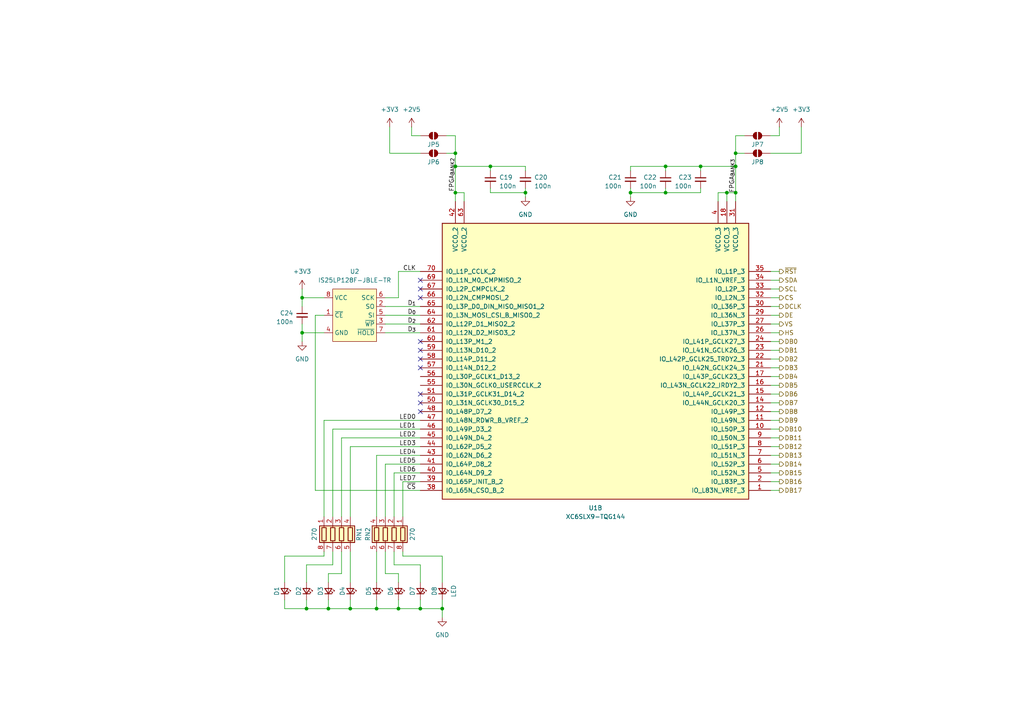
<source format=kicad_sch>
(kicad_sch
	(version 20231120)
	(generator "eeschema")
	(generator_version "8.0")
	(uuid "9635b207-be56-4692-b7be-abdb3712be18")
	(paper "A4")
	(title_block
		(title "FPGA IO Bank B")
		(date "2024-03-11")
		(rev "1")
		(company "https://github.com/Cuprum77")
	)
	(lib_symbols
		(symbol "+3V3_1"
			(power)
			(pin_numbers hide)
			(pin_names
				(offset 0) hide)
			(exclude_from_sim no)
			(in_bom yes)
			(on_board yes)
			(property "Reference" "#PWR"
				(at 0 -3.81 0)
				(effects
					(font
						(size 1.27 1.27)
					)
					(hide yes)
				)
			)
			(property "Value" "+3V3"
				(at 0 3.556 0)
				(effects
					(font
						(size 1.27 1.27)
					)
				)
			)
			(property "Footprint" ""
				(at 0 0 0)
				(effects
					(font
						(size 1.27 1.27)
					)
					(hide yes)
				)
			)
			(property "Datasheet" ""
				(at 0 0 0)
				(effects
					(font
						(size 1.27 1.27)
					)
					(hide yes)
				)
			)
			(property "Description" "Power symbol creates a global label with name \"+3V3\""
				(at 0 0 0)
				(effects
					(font
						(size 1.27 1.27)
					)
					(hide yes)
				)
			)
			(property "ki_keywords" "global power"
				(at 0 0 0)
				(effects
					(font
						(size 1.27 1.27)
					)
					(hide yes)
				)
			)
			(symbol "+3V3_1_0_1"
				(polyline
					(pts
						(xy -0.762 1.27) (xy 0 2.54)
					)
					(stroke
						(width 0)
						(type default)
					)
					(fill
						(type none)
					)
				)
				(polyline
					(pts
						(xy 0 0) (xy 0 2.54)
					)
					(stroke
						(width 0)
						(type default)
					)
					(fill
						(type none)
					)
				)
				(polyline
					(pts
						(xy 0 2.54) (xy 0.762 1.27)
					)
					(stroke
						(width 0)
						(type default)
					)
					(fill
						(type none)
					)
				)
			)
			(symbol "+3V3_1_1_1"
				(pin power_in line
					(at 0 0 90)
					(length 0)
					(name "~"
						(effects
							(font
								(size 1.27 1.27)
							)
						)
					)
					(number "1"
						(effects
							(font
								(size 1.27 1.27)
							)
						)
					)
				)
			)
		)
		(symbol "Cuprum:IS25LP128F-JBLE-TR"
			(exclude_from_sim no)
			(in_bom yes)
			(on_board yes)
			(property "Reference" "U2"
				(at 0 12.7 0)
				(effects
					(font
						(size 1.27 1.27)
					)
				)
			)
			(property "Value" "IS25LP128F-JBLE-TR"
				(at 0 10.16 0)
				(effects
					(font
						(size 1.27 1.27)
					)
				)
			)
			(property "Footprint" "Package_SO:SOIC-8_5.275x5.275mm_P1.27mm"
				(at 0 -11.176 0)
				(effects
					(font
						(size 1.27 1.27)
					)
					(hide yes)
				)
			)
			(property "Datasheet" ""
				(at 0 1.27 0)
				(effects
					(font
						(size 1.27 1.27)
					)
					(hide yes)
				)
			)
			(property "Description" ""
				(at 0 1.27 0)
				(effects
					(font
						(size 1.27 1.27)
					)
					(hide yes)
				)
			)
			(symbol "IS25LP128F-JBLE-TR_1_1"
				(rectangle
					(start -6.35 7.62)
					(end 6.35 -7.62)
					(stroke
						(width 0)
						(type default)
					)
					(fill
						(type background)
					)
				)
				(pin input line
					(at -8.89 0 0)
					(length 2.54)
					(name "~{CE}"
						(effects
							(font
								(size 1.27 1.27)
							)
						)
					)
					(number "1"
						(effects
							(font
								(size 1.27 1.27)
							)
						)
					)
				)
				(pin input line
					(at 8.89 2.54 180)
					(length 2.54)
					(name "SO"
						(effects
							(font
								(size 1.27 1.27)
							)
						)
					)
					(number "2"
						(effects
							(font
								(size 1.27 1.27)
							)
						)
					)
				)
				(pin input line
					(at 8.89 -2.54 180)
					(length 2.54)
					(name "~{WP}"
						(effects
							(font
								(size 1.27 1.27)
							)
						)
					)
					(number "3"
						(effects
							(font
								(size 1.27 1.27)
							)
						)
					)
				)
				(pin input line
					(at -8.89 -5.08 0)
					(length 2.54)
					(name "GND"
						(effects
							(font
								(size 1.27 1.27)
							)
						)
					)
					(number "4"
						(effects
							(font
								(size 1.27 1.27)
							)
						)
					)
				)
				(pin input line
					(at 8.89 0 180)
					(length 2.54)
					(name "SI"
						(effects
							(font
								(size 1.27 1.27)
							)
						)
					)
					(number "5"
						(effects
							(font
								(size 1.27 1.27)
							)
						)
					)
				)
				(pin input line
					(at 8.89 5.08 180)
					(length 2.54)
					(name "SCK"
						(effects
							(font
								(size 1.27 1.27)
							)
						)
					)
					(number "6"
						(effects
							(font
								(size 1.27 1.27)
							)
						)
					)
				)
				(pin input line
					(at 8.89 -5.08 180)
					(length 2.54)
					(name "~{HOLD}"
						(effects
							(font
								(size 1.27 1.27)
							)
						)
					)
					(number "7"
						(effects
							(font
								(size 1.27 1.27)
							)
						)
					)
				)
				(pin input line
					(at -8.89 5.08 0)
					(length 2.54)
					(name "VCC"
						(effects
							(font
								(size 1.27 1.27)
							)
						)
					)
					(number "8"
						(effects
							(font
								(size 1.27 1.27)
							)
						)
					)
				)
			)
		)
		(symbol "Device:C_Small"
			(pin_numbers hide)
			(pin_names
				(offset 0.254) hide)
			(exclude_from_sim no)
			(in_bom yes)
			(on_board yes)
			(property "Reference" "C"
				(at 0.254 1.778 0)
				(effects
					(font
						(size 1.27 1.27)
					)
					(justify left)
				)
			)
			(property "Value" "C_Small"
				(at 0.254 -2.032 0)
				(effects
					(font
						(size 1.27 1.27)
					)
					(justify left)
				)
			)
			(property "Footprint" ""
				(at 0 0 0)
				(effects
					(font
						(size 1.27 1.27)
					)
					(hide yes)
				)
			)
			(property "Datasheet" "~"
				(at 0 0 0)
				(effects
					(font
						(size 1.27 1.27)
					)
					(hide yes)
				)
			)
			(property "Description" "Unpolarized capacitor, small symbol"
				(at 0 0 0)
				(effects
					(font
						(size 1.27 1.27)
					)
					(hide yes)
				)
			)
			(property "ki_keywords" "capacitor cap"
				(at 0 0 0)
				(effects
					(font
						(size 1.27 1.27)
					)
					(hide yes)
				)
			)
			(property "ki_fp_filters" "C_*"
				(at 0 0 0)
				(effects
					(font
						(size 1.27 1.27)
					)
					(hide yes)
				)
			)
			(symbol "C_Small_0_1"
				(polyline
					(pts
						(xy -1.524 -0.508) (xy 1.524 -0.508)
					)
					(stroke
						(width 0.3302)
						(type default)
					)
					(fill
						(type none)
					)
				)
				(polyline
					(pts
						(xy -1.524 0.508) (xy 1.524 0.508)
					)
					(stroke
						(width 0.3048)
						(type default)
					)
					(fill
						(type none)
					)
				)
			)
			(symbol "C_Small_1_1"
				(pin passive line
					(at 0 2.54 270)
					(length 2.032)
					(name "~"
						(effects
							(font
								(size 1.27 1.27)
							)
						)
					)
					(number "1"
						(effects
							(font
								(size 1.27 1.27)
							)
						)
					)
				)
				(pin passive line
					(at 0 -2.54 90)
					(length 2.032)
					(name "~"
						(effects
							(font
								(size 1.27 1.27)
							)
						)
					)
					(number "2"
						(effects
							(font
								(size 1.27 1.27)
							)
						)
					)
				)
			)
		)
		(symbol "Device:LED_Small"
			(pin_numbers hide)
			(pin_names
				(offset 0.254) hide)
			(exclude_from_sim no)
			(in_bom yes)
			(on_board yes)
			(property "Reference" "D"
				(at -1.27 3.175 0)
				(effects
					(font
						(size 1.27 1.27)
					)
					(justify left)
				)
			)
			(property "Value" "LED_Small"
				(at -4.445 -2.54 0)
				(effects
					(font
						(size 1.27 1.27)
					)
					(justify left)
				)
			)
			(property "Footprint" ""
				(at 0 0 90)
				(effects
					(font
						(size 1.27 1.27)
					)
					(hide yes)
				)
			)
			(property "Datasheet" "~"
				(at 0 0 90)
				(effects
					(font
						(size 1.27 1.27)
					)
					(hide yes)
				)
			)
			(property "Description" "Light emitting diode, small symbol"
				(at 0 0 0)
				(effects
					(font
						(size 1.27 1.27)
					)
					(hide yes)
				)
			)
			(property "ki_keywords" "LED diode light-emitting-diode"
				(at 0 0 0)
				(effects
					(font
						(size 1.27 1.27)
					)
					(hide yes)
				)
			)
			(property "ki_fp_filters" "LED* LED_SMD:* LED_THT:*"
				(at 0 0 0)
				(effects
					(font
						(size 1.27 1.27)
					)
					(hide yes)
				)
			)
			(symbol "LED_Small_0_1"
				(polyline
					(pts
						(xy -0.762 -1.016) (xy -0.762 1.016)
					)
					(stroke
						(width 0.254)
						(type default)
					)
					(fill
						(type none)
					)
				)
				(polyline
					(pts
						(xy 1.016 0) (xy -0.762 0)
					)
					(stroke
						(width 0)
						(type default)
					)
					(fill
						(type none)
					)
				)
				(polyline
					(pts
						(xy 0.762 -1.016) (xy -0.762 0) (xy 0.762 1.016) (xy 0.762 -1.016)
					)
					(stroke
						(width 0.254)
						(type default)
					)
					(fill
						(type none)
					)
				)
				(polyline
					(pts
						(xy 0 0.762) (xy -0.508 1.27) (xy -0.254 1.27) (xy -0.508 1.27) (xy -0.508 1.016)
					)
					(stroke
						(width 0)
						(type default)
					)
					(fill
						(type none)
					)
				)
				(polyline
					(pts
						(xy 0.508 1.27) (xy 0 1.778) (xy 0.254 1.778) (xy 0 1.778) (xy 0 1.524)
					)
					(stroke
						(width 0)
						(type default)
					)
					(fill
						(type none)
					)
				)
			)
			(symbol "LED_Small_1_1"
				(pin passive line
					(at -2.54 0 0)
					(length 1.778)
					(name "K"
						(effects
							(font
								(size 1.27 1.27)
							)
						)
					)
					(number "1"
						(effects
							(font
								(size 1.27 1.27)
							)
						)
					)
				)
				(pin passive line
					(at 2.54 0 180)
					(length 1.778)
					(name "A"
						(effects
							(font
								(size 1.27 1.27)
							)
						)
					)
					(number "2"
						(effects
							(font
								(size 1.27 1.27)
							)
						)
					)
				)
			)
		)
		(symbol "Device:R_Pack04"
			(pin_names
				(offset 0) hide)
			(exclude_from_sim no)
			(in_bom yes)
			(on_board yes)
			(property "Reference" "RN"
				(at -7.62 0 90)
				(effects
					(font
						(size 1.27 1.27)
					)
				)
			)
			(property "Value" "R_Pack04"
				(at 5.08 0 90)
				(effects
					(font
						(size 1.27 1.27)
					)
				)
			)
			(property "Footprint" ""
				(at 6.985 0 90)
				(effects
					(font
						(size 1.27 1.27)
					)
					(hide yes)
				)
			)
			(property "Datasheet" "~"
				(at 0 0 0)
				(effects
					(font
						(size 1.27 1.27)
					)
					(hide yes)
				)
			)
			(property "Description" "4 resistor network, parallel topology"
				(at 0 0 0)
				(effects
					(font
						(size 1.27 1.27)
					)
					(hide yes)
				)
			)
			(property "ki_keywords" "R network parallel topology isolated"
				(at 0 0 0)
				(effects
					(font
						(size 1.27 1.27)
					)
					(hide yes)
				)
			)
			(property "ki_fp_filters" "DIP* SOIC* R*Array*Concave* R*Array*Convex*"
				(at 0 0 0)
				(effects
					(font
						(size 1.27 1.27)
					)
					(hide yes)
				)
			)
			(symbol "R_Pack04_0_1"
				(rectangle
					(start -6.35 -2.413)
					(end 3.81 2.413)
					(stroke
						(width 0.254)
						(type default)
					)
					(fill
						(type background)
					)
				)
				(rectangle
					(start -5.715 1.905)
					(end -4.445 -1.905)
					(stroke
						(width 0.254)
						(type default)
					)
					(fill
						(type none)
					)
				)
				(rectangle
					(start -3.175 1.905)
					(end -1.905 -1.905)
					(stroke
						(width 0.254)
						(type default)
					)
					(fill
						(type none)
					)
				)
				(rectangle
					(start -0.635 1.905)
					(end 0.635 -1.905)
					(stroke
						(width 0.254)
						(type default)
					)
					(fill
						(type none)
					)
				)
				(polyline
					(pts
						(xy -5.08 -2.54) (xy -5.08 -1.905)
					)
					(stroke
						(width 0)
						(type default)
					)
					(fill
						(type none)
					)
				)
				(polyline
					(pts
						(xy -5.08 1.905) (xy -5.08 2.54)
					)
					(stroke
						(width 0)
						(type default)
					)
					(fill
						(type none)
					)
				)
				(polyline
					(pts
						(xy -2.54 -2.54) (xy -2.54 -1.905)
					)
					(stroke
						(width 0)
						(type default)
					)
					(fill
						(type none)
					)
				)
				(polyline
					(pts
						(xy -2.54 1.905) (xy -2.54 2.54)
					)
					(stroke
						(width 0)
						(type default)
					)
					(fill
						(type none)
					)
				)
				(polyline
					(pts
						(xy 0 -2.54) (xy 0 -1.905)
					)
					(stroke
						(width 0)
						(type default)
					)
					(fill
						(type none)
					)
				)
				(polyline
					(pts
						(xy 0 1.905) (xy 0 2.54)
					)
					(stroke
						(width 0)
						(type default)
					)
					(fill
						(type none)
					)
				)
				(polyline
					(pts
						(xy 2.54 -2.54) (xy 2.54 -1.905)
					)
					(stroke
						(width 0)
						(type default)
					)
					(fill
						(type none)
					)
				)
				(polyline
					(pts
						(xy 2.54 1.905) (xy 2.54 2.54)
					)
					(stroke
						(width 0)
						(type default)
					)
					(fill
						(type none)
					)
				)
				(rectangle
					(start 1.905 1.905)
					(end 3.175 -1.905)
					(stroke
						(width 0.254)
						(type default)
					)
					(fill
						(type none)
					)
				)
			)
			(symbol "R_Pack04_1_1"
				(pin passive line
					(at -5.08 -5.08 90)
					(length 2.54)
					(name "R1.1"
						(effects
							(font
								(size 1.27 1.27)
							)
						)
					)
					(number "1"
						(effects
							(font
								(size 1.27 1.27)
							)
						)
					)
				)
				(pin passive line
					(at -2.54 -5.08 90)
					(length 2.54)
					(name "R2.1"
						(effects
							(font
								(size 1.27 1.27)
							)
						)
					)
					(number "2"
						(effects
							(font
								(size 1.27 1.27)
							)
						)
					)
				)
				(pin passive line
					(at 0 -5.08 90)
					(length 2.54)
					(name "R3.1"
						(effects
							(font
								(size 1.27 1.27)
							)
						)
					)
					(number "3"
						(effects
							(font
								(size 1.27 1.27)
							)
						)
					)
				)
				(pin passive line
					(at 2.54 -5.08 90)
					(length 2.54)
					(name "R4.1"
						(effects
							(font
								(size 1.27 1.27)
							)
						)
					)
					(number "4"
						(effects
							(font
								(size 1.27 1.27)
							)
						)
					)
				)
				(pin passive line
					(at 2.54 5.08 270)
					(length 2.54)
					(name "R4.2"
						(effects
							(font
								(size 1.27 1.27)
							)
						)
					)
					(number "5"
						(effects
							(font
								(size 1.27 1.27)
							)
						)
					)
				)
				(pin passive line
					(at 0 5.08 270)
					(length 2.54)
					(name "R3.2"
						(effects
							(font
								(size 1.27 1.27)
							)
						)
					)
					(number "6"
						(effects
							(font
								(size 1.27 1.27)
							)
						)
					)
				)
				(pin passive line
					(at -2.54 5.08 270)
					(length 2.54)
					(name "R2.2"
						(effects
							(font
								(size 1.27 1.27)
							)
						)
					)
					(number "7"
						(effects
							(font
								(size 1.27 1.27)
							)
						)
					)
				)
				(pin passive line
					(at -5.08 5.08 270)
					(length 2.54)
					(name "R1.2"
						(effects
							(font
								(size 1.27 1.27)
							)
						)
					)
					(number "8"
						(effects
							(font
								(size 1.27 1.27)
							)
						)
					)
				)
			)
		)
		(symbol "FPGA_Xilinx_Spartan6:XC6SLX9-TQG144"
			(pin_names
				(offset 1.016)
			)
			(exclude_from_sim no)
			(in_bom yes)
			(on_board yes)
			(property "Reference" "U"
				(at 0 1.27 0)
				(effects
					(font
						(size 1.27 1.27)
					)
				)
			)
			(property "Value" "XC6SLX9-TQG144"
				(at 0 -1.27 0)
				(effects
					(font
						(size 1.27 1.27)
					)
				)
			)
			(property "Footprint" ""
				(at 0 0 0)
				(effects
					(font
						(size 1.27 1.27)
					)
					(hide yes)
				)
			)
			(property "Datasheet" ""
				(at 0 0 0)
				(effects
					(font
						(size 1.27 1.27)
					)
				)
			)
			(property "Description" "Spartan 6 LX 9 XC6SLX9-TQG144"
				(at 0 0 0)
				(effects
					(font
						(size 1.27 1.27)
					)
					(hide yes)
				)
			)
			(property "ki_locked" ""
				(at 0 0 0)
				(effects
					(font
						(size 1.27 1.27)
					)
				)
			)
			(property "ki_keywords" "FPGA"
				(at 0 0 0)
				(effects
					(font
						(size 1.27 1.27)
					)
					(hide yes)
				)
			)
			(symbol "XC6SLX9-TQG144_1_1"
				(rectangle
					(start -44.45 36.83)
					(end 44.45 -43.18)
					(stroke
						(width 0.254)
						(type default)
					)
					(fill
						(type background)
					)
				)
				(pin bidirectional line
					(at 50.8 12.7 180)
					(length 6.35)
					(name "IO_L33P_1"
						(effects
							(font
								(size 1.27 1.27)
							)
						)
					)
					(number "100"
						(effects
							(font
								(size 1.27 1.27)
							)
						)
					)
				)
				(pin bidirectional line
					(at 50.8 15.24 180)
					(length 6.35)
					(name "IO_L32N_1"
						(effects
							(font
								(size 1.27 1.27)
							)
						)
					)
					(number "101"
						(effects
							(font
								(size 1.27 1.27)
							)
						)
					)
				)
				(pin bidirectional line
					(at 50.8 17.78 180)
					(length 6.35)
					(name "IO_L32P_1"
						(effects
							(font
								(size 1.27 1.27)
							)
						)
					)
					(number "102"
						(effects
							(font
								(size 1.27 1.27)
							)
						)
					)
				)
				(pin power_in line
					(at 40.64 43.18 270)
					(length 6.35)
					(name "VCCO_1"
						(effects
							(font
								(size 1.27 1.27)
							)
						)
					)
					(number "103"
						(effects
							(font
								(size 1.27 1.27)
							)
						)
					)
				)
				(pin bidirectional line
					(at 50.8 20.32 180)
					(length 6.35)
					(name "IO_L1N_VREF_1"
						(effects
							(font
								(size 1.27 1.27)
							)
						)
					)
					(number "104"
						(effects
							(font
								(size 1.27 1.27)
							)
						)
					)
				)
				(pin bidirectional line
					(at 50.8 22.86 180)
					(length 6.35)
					(name "IO_L1P_1"
						(effects
							(font
								(size 1.27 1.27)
							)
						)
					)
					(number "105"
						(effects
							(font
								(size 1.27 1.27)
							)
						)
					)
				)
				(pin bidirectional line
					(at -50.8 -40.64 0)
					(length 6.35)
					(name "IO_L66N_SCP0_0"
						(effects
							(font
								(size 1.27 1.27)
							)
						)
					)
					(number "111"
						(effects
							(font
								(size 1.27 1.27)
							)
						)
					)
				)
				(pin bidirectional line
					(at -50.8 -38.1 0)
					(length 6.35)
					(name "IO_L66P_SCP1_0"
						(effects
							(font
								(size 1.27 1.27)
							)
						)
					)
					(number "112"
						(effects
							(font
								(size 1.27 1.27)
							)
						)
					)
				)
				(pin bidirectional line
					(at -50.8 -35.56 0)
					(length 6.35)
					(name "IO_L65N_SCP2_0"
						(effects
							(font
								(size 1.27 1.27)
							)
						)
					)
					(number "114"
						(effects
							(font
								(size 1.27 1.27)
							)
						)
					)
				)
				(pin bidirectional line
					(at -50.8 -33.02 0)
					(length 6.35)
					(name "IO_L65P_SCP3_0"
						(effects
							(font
								(size 1.27 1.27)
							)
						)
					)
					(number "115"
						(effects
							(font
								(size 1.27 1.27)
							)
						)
					)
				)
				(pin bidirectional line
					(at -50.8 -30.48 0)
					(length 6.35)
					(name "IO_L64N_SCP4_0"
						(effects
							(font
								(size 1.27 1.27)
							)
						)
					)
					(number "116"
						(effects
							(font
								(size 1.27 1.27)
							)
						)
					)
				)
				(pin bidirectional line
					(at -50.8 -27.94 0)
					(length 6.35)
					(name "IO_L64P_SCP5_0"
						(effects
							(font
								(size 1.27 1.27)
							)
						)
					)
					(number "117"
						(effects
							(font
								(size 1.27 1.27)
							)
						)
					)
				)
				(pin bidirectional line
					(at -50.8 -25.4 0)
					(length 6.35)
					(name "IO_L63N_SCP6_0"
						(effects
							(font
								(size 1.27 1.27)
							)
						)
					)
					(number "118"
						(effects
							(font
								(size 1.27 1.27)
							)
						)
					)
				)
				(pin bidirectional line
					(at -50.8 -22.86 0)
					(length 6.35)
					(name "IO_L63P_SCP7_0"
						(effects
							(font
								(size 1.27 1.27)
							)
						)
					)
					(number "119"
						(effects
							(font
								(size 1.27 1.27)
							)
						)
					)
				)
				(pin bidirectional line
					(at -50.8 -20.32 0)
					(length 6.35)
					(name "IO_L62N_VREF_0"
						(effects
							(font
								(size 1.27 1.27)
							)
						)
					)
					(number "120"
						(effects
							(font
								(size 1.27 1.27)
							)
						)
					)
				)
				(pin bidirectional line
					(at -50.8 -17.78 0)
					(length 6.35)
					(name "IO_L62P_0"
						(effects
							(font
								(size 1.27 1.27)
							)
						)
					)
					(number "121"
						(effects
							(font
								(size 1.27 1.27)
							)
						)
					)
				)
				(pin power_in line
					(at -40.64 43.18 270)
					(length 6.35)
					(name "VCCO_0"
						(effects
							(font
								(size 1.27 1.27)
							)
						)
					)
					(number "122"
						(effects
							(font
								(size 1.27 1.27)
							)
						)
					)
				)
				(pin bidirectional line
					(at -50.8 -15.24 0)
					(length 6.35)
					(name "IO_L37N_GCLK12_0"
						(effects
							(font
								(size 1.27 1.27)
							)
						)
					)
					(number "123"
						(effects
							(font
								(size 1.27 1.27)
							)
						)
					)
				)
				(pin bidirectional line
					(at -50.8 -12.7 0)
					(length 6.35)
					(name "IO_L37P_GCLK13_0"
						(effects
							(font
								(size 1.27 1.27)
							)
						)
					)
					(number "124"
						(effects
							(font
								(size 1.27 1.27)
							)
						)
					)
				)
				(pin power_in line
					(at -38.1 43.18 270)
					(length 6.35)
					(name "VCCO_0"
						(effects
							(font
								(size 1.27 1.27)
							)
						)
					)
					(number "125"
						(effects
							(font
								(size 1.27 1.27)
							)
						)
					)
				)
				(pin bidirectional line
					(at -50.8 -10.16 0)
					(length 6.35)
					(name "IO_L36N_GCLK14_0"
						(effects
							(font
								(size 1.27 1.27)
							)
						)
					)
					(number "126"
						(effects
							(font
								(size 1.27 1.27)
							)
						)
					)
				)
				(pin bidirectional line
					(at -50.8 -7.62 0)
					(length 6.35)
					(name "IO_L36P_GCLK15_0"
						(effects
							(font
								(size 1.27 1.27)
							)
						)
					)
					(number "127"
						(effects
							(font
								(size 1.27 1.27)
							)
						)
					)
				)
				(pin bidirectional line
					(at -50.8 -5.08 0)
					(length 6.35)
					(name "IO_L35N_GCLK16_0"
						(effects
							(font
								(size 1.27 1.27)
							)
						)
					)
					(number "131"
						(effects
							(font
								(size 1.27 1.27)
							)
						)
					)
				)
				(pin bidirectional line
					(at -50.8 -2.54 0)
					(length 6.35)
					(name "IO_L35P_GCLK17_0"
						(effects
							(font
								(size 1.27 1.27)
							)
						)
					)
					(number "132"
						(effects
							(font
								(size 1.27 1.27)
							)
						)
					)
				)
				(pin bidirectional line
					(at -50.8 0 0)
					(length 6.35)
					(name "IO_L34N_GCLK18_0"
						(effects
							(font
								(size 1.27 1.27)
							)
						)
					)
					(number "133"
						(effects
							(font
								(size 1.27 1.27)
							)
						)
					)
				)
				(pin bidirectional line
					(at -50.8 2.54 0)
					(length 6.35)
					(name "IO_L34P_GCLK19_0"
						(effects
							(font
								(size 1.27 1.27)
							)
						)
					)
					(number "134"
						(effects
							(font
								(size 1.27 1.27)
							)
						)
					)
				)
				(pin power_in line
					(at -35.56 43.18 270)
					(length 6.35)
					(name "VCCO_0"
						(effects
							(font
								(size 1.27 1.27)
							)
						)
					)
					(number "135"
						(effects
							(font
								(size 1.27 1.27)
							)
						)
					)
				)
				(pin bidirectional line
					(at -50.8 5.08 0)
					(length 6.35)
					(name "IO_L4N_0"
						(effects
							(font
								(size 1.27 1.27)
							)
						)
					)
					(number "137"
						(effects
							(font
								(size 1.27 1.27)
							)
						)
					)
				)
				(pin bidirectional line
					(at -50.8 7.62 0)
					(length 6.35)
					(name "IO_L4P_0"
						(effects
							(font
								(size 1.27 1.27)
							)
						)
					)
					(number "138"
						(effects
							(font
								(size 1.27 1.27)
							)
						)
					)
				)
				(pin bidirectional line
					(at -50.8 10.16 0)
					(length 6.35)
					(name "IO_L3N_0"
						(effects
							(font
								(size 1.27 1.27)
							)
						)
					)
					(number "139"
						(effects
							(font
								(size 1.27 1.27)
							)
						)
					)
				)
				(pin bidirectional line
					(at -50.8 12.7 0)
					(length 6.35)
					(name "IO_L3P_0"
						(effects
							(font
								(size 1.27 1.27)
							)
						)
					)
					(number "140"
						(effects
							(font
								(size 1.27 1.27)
							)
						)
					)
				)
				(pin bidirectional line
					(at -50.8 15.24 0)
					(length 6.35)
					(name "IO_L2N_0"
						(effects
							(font
								(size 1.27 1.27)
							)
						)
					)
					(number "141"
						(effects
							(font
								(size 1.27 1.27)
							)
						)
					)
				)
				(pin bidirectional line
					(at -50.8 17.78 0)
					(length 6.35)
					(name "IO_L2P_0"
						(effects
							(font
								(size 1.27 1.27)
							)
						)
					)
					(number "142"
						(effects
							(font
								(size 1.27 1.27)
							)
						)
					)
				)
				(pin bidirectional line
					(at -50.8 20.32 0)
					(length 6.35)
					(name "IO_L1N_VREF_0"
						(effects
							(font
								(size 1.27 1.27)
							)
						)
					)
					(number "143"
						(effects
							(font
								(size 1.27 1.27)
							)
						)
					)
				)
				(pin bidirectional line
					(at -50.8 22.86 0)
					(length 6.35)
					(name "IO_L1P_HSWAPEN_0"
						(effects
							(font
								(size 1.27 1.27)
							)
						)
					)
					(number "144"
						(effects
							(font
								(size 1.27 1.27)
							)
						)
					)
				)
				(pin bidirectional line
					(at 50.8 -35.56 180)
					(length 6.35)
					(name "IO_L74N_DOUT_BUSY_1"
						(effects
							(font
								(size 1.27 1.27)
							)
						)
					)
					(number "74"
						(effects
							(font
								(size 1.27 1.27)
							)
						)
					)
				)
				(pin bidirectional line
					(at 50.8 -33.02 180)
					(length 6.35)
					(name "IO_L74P_AWAKE_1"
						(effects
							(font
								(size 1.27 1.27)
							)
						)
					)
					(number "75"
						(effects
							(font
								(size 1.27 1.27)
							)
						)
					)
				)
				(pin power_in line
					(at 35.56 43.18 270)
					(length 6.35)
					(name "VCCO_1"
						(effects
							(font
								(size 1.27 1.27)
							)
						)
					)
					(number "76"
						(effects
							(font
								(size 1.27 1.27)
							)
						)
					)
				)
				(pin bidirectional line
					(at 50.8 -30.48 180)
					(length 6.35)
					(name "IO_L47N_1"
						(effects
							(font
								(size 1.27 1.27)
							)
						)
					)
					(number "78"
						(effects
							(font
								(size 1.27 1.27)
							)
						)
					)
				)
				(pin bidirectional line
					(at 50.8 -27.94 180)
					(length 6.35)
					(name "IO_L47P_1"
						(effects
							(font
								(size 1.27 1.27)
							)
						)
					)
					(number "79"
						(effects
							(font
								(size 1.27 1.27)
							)
						)
					)
				)
				(pin bidirectional line
					(at 50.8 -25.4 180)
					(length 6.35)
					(name "IO_L46N_1"
						(effects
							(font
								(size 1.27 1.27)
							)
						)
					)
					(number "80"
						(effects
							(font
								(size 1.27 1.27)
							)
						)
					)
				)
				(pin bidirectional line
					(at 50.8 -22.86 180)
					(length 6.35)
					(name "IO_L46P_1"
						(effects
							(font
								(size 1.27 1.27)
							)
						)
					)
					(number "81"
						(effects
							(font
								(size 1.27 1.27)
							)
						)
					)
				)
				(pin bidirectional line
					(at 50.8 -20.32 180)
					(length 6.35)
					(name "IO_L45N_1"
						(effects
							(font
								(size 1.27 1.27)
							)
						)
					)
					(number "82"
						(effects
							(font
								(size 1.27 1.27)
							)
						)
					)
				)
				(pin bidirectional line
					(at 50.8 -17.78 180)
					(length 6.35)
					(name "IO_L45P_1"
						(effects
							(font
								(size 1.27 1.27)
							)
						)
					)
					(number "83"
						(effects
							(font
								(size 1.27 1.27)
							)
						)
					)
				)
				(pin bidirectional line
					(at 50.8 -15.24 180)
					(length 6.35)
					(name "IO_L43N_GCLK4_1"
						(effects
							(font
								(size 1.27 1.27)
							)
						)
					)
					(number "84"
						(effects
							(font
								(size 1.27 1.27)
							)
						)
					)
				)
				(pin bidirectional line
					(at 50.8 -12.7 180)
					(length 6.35)
					(name "IO_L43P_GCLK5_1"
						(effects
							(font
								(size 1.27 1.27)
							)
						)
					)
					(number "85"
						(effects
							(font
								(size 1.27 1.27)
							)
						)
					)
				)
				(pin power_in line
					(at 38.1 43.18 270)
					(length 6.35)
					(name "VCCO_1"
						(effects
							(font
								(size 1.27 1.27)
							)
						)
					)
					(number "86"
						(effects
							(font
								(size 1.27 1.27)
							)
						)
					)
				)
				(pin bidirectional line
					(at 50.8 -10.16 180)
					(length 6.35)
					(name "IO_L42N_GCLK6_TRDY1_1"
						(effects
							(font
								(size 1.27 1.27)
							)
						)
					)
					(number "87"
						(effects
							(font
								(size 1.27 1.27)
							)
						)
					)
				)
				(pin bidirectional line
					(at 50.8 -7.62 180)
					(length 6.35)
					(name "IO_L42P_GCLK7_1"
						(effects
							(font
								(size 1.27 1.27)
							)
						)
					)
					(number "88"
						(effects
							(font
								(size 1.27 1.27)
							)
						)
					)
				)
				(pin bidirectional line
					(at 50.8 -5.08 180)
					(length 6.35)
					(name "IO_L41N_GCLK8_1"
						(effects
							(font
								(size 1.27 1.27)
							)
						)
					)
					(number "92"
						(effects
							(font
								(size 1.27 1.27)
							)
						)
					)
				)
				(pin bidirectional line
					(at 50.8 -2.54 180)
					(length 6.35)
					(name "IO_L41P_GCLK9_IRDY1_1"
						(effects
							(font
								(size 1.27 1.27)
							)
						)
					)
					(number "93"
						(effects
							(font
								(size 1.27 1.27)
							)
						)
					)
				)
				(pin bidirectional line
					(at 50.8 0 180)
					(length 6.35)
					(name "IO_L40N_GCLK10_1"
						(effects
							(font
								(size 1.27 1.27)
							)
						)
					)
					(number "94"
						(effects
							(font
								(size 1.27 1.27)
							)
						)
					)
				)
				(pin bidirectional line
					(at 50.8 2.54 180)
					(length 6.35)
					(name "IO_L40P_GCLK11_1"
						(effects
							(font
								(size 1.27 1.27)
							)
						)
					)
					(number "95"
						(effects
							(font
								(size 1.27 1.27)
							)
						)
					)
				)
				(pin bidirectional line
					(at 50.8 5.08 180)
					(length 6.35)
					(name "IO_L34N_1"
						(effects
							(font
								(size 1.27 1.27)
							)
						)
					)
					(number "97"
						(effects
							(font
								(size 1.27 1.27)
							)
						)
					)
				)
				(pin bidirectional line
					(at 50.8 7.62 180)
					(length 6.35)
					(name "IO_L34P_1"
						(effects
							(font
								(size 1.27 1.27)
							)
						)
					)
					(number "98"
						(effects
							(font
								(size 1.27 1.27)
							)
						)
					)
				)
				(pin bidirectional line
					(at 50.8 10.16 180)
					(length 6.35)
					(name "IO_L33N_1"
						(effects
							(font
								(size 1.27 1.27)
							)
						)
					)
					(number "99"
						(effects
							(font
								(size 1.27 1.27)
							)
						)
					)
				)
			)
			(symbol "XC6SLX9-TQG144_2_1"
				(rectangle
					(start -44.45 36.83)
					(end 44.45 -43.18)
					(stroke
						(width 0.254)
						(type default)
					)
					(fill
						(type background)
					)
				)
				(pin bidirectional line
					(at 50.8 -40.64 180)
					(length 6.35)
					(name "IO_L83N_VREF_3"
						(effects
							(font
								(size 1.27 1.27)
							)
						)
					)
					(number "1"
						(effects
							(font
								(size 1.27 1.27)
							)
						)
					)
				)
				(pin bidirectional line
					(at 50.8 -22.86 180)
					(length 6.35)
					(name "IO_L50P_3"
						(effects
							(font
								(size 1.27 1.27)
							)
						)
					)
					(number "10"
						(effects
							(font
								(size 1.27 1.27)
							)
						)
					)
				)
				(pin bidirectional line
					(at 50.8 -20.32 180)
					(length 6.35)
					(name "IO_L49N_3"
						(effects
							(font
								(size 1.27 1.27)
							)
						)
					)
					(number "11"
						(effects
							(font
								(size 1.27 1.27)
							)
						)
					)
				)
				(pin bidirectional line
					(at 50.8 -17.78 180)
					(length 6.35)
					(name "IO_L49P_3"
						(effects
							(font
								(size 1.27 1.27)
							)
						)
					)
					(number "12"
						(effects
							(font
								(size 1.27 1.27)
							)
						)
					)
				)
				(pin bidirectional line
					(at 50.8 -15.24 180)
					(length 6.35)
					(name "IO_L44N_GCLK20_3"
						(effects
							(font
								(size 1.27 1.27)
							)
						)
					)
					(number "14"
						(effects
							(font
								(size 1.27 1.27)
							)
						)
					)
				)
				(pin bidirectional line
					(at 50.8 -12.7 180)
					(length 6.35)
					(name "IO_L44P_GCLK21_3"
						(effects
							(font
								(size 1.27 1.27)
							)
						)
					)
					(number "15"
						(effects
							(font
								(size 1.27 1.27)
							)
						)
					)
				)
				(pin bidirectional line
					(at 50.8 -10.16 180)
					(length 6.35)
					(name "IO_L43N_GCLK22_IRDY2_3"
						(effects
							(font
								(size 1.27 1.27)
							)
						)
					)
					(number "16"
						(effects
							(font
								(size 1.27 1.27)
							)
						)
					)
				)
				(pin bidirectional line
					(at 50.8 -7.62 180)
					(length 6.35)
					(name "IO_L43P_GCLK23_3"
						(effects
							(font
								(size 1.27 1.27)
							)
						)
					)
					(number "17"
						(effects
							(font
								(size 1.27 1.27)
							)
						)
					)
				)
				(pin power_in line
					(at 38.1 43.18 270)
					(length 6.35)
					(name "VCCO_3"
						(effects
							(font
								(size 1.27 1.27)
							)
						)
					)
					(number "18"
						(effects
							(font
								(size 1.27 1.27)
							)
						)
					)
				)
				(pin bidirectional line
					(at 50.8 -38.1 180)
					(length 6.35)
					(name "IO_L83P_3"
						(effects
							(font
								(size 1.27 1.27)
							)
						)
					)
					(number "2"
						(effects
							(font
								(size 1.27 1.27)
							)
						)
					)
				)
				(pin bidirectional line
					(at 50.8 -5.08 180)
					(length 6.35)
					(name "IO_L42N_GCLK24_3"
						(effects
							(font
								(size 1.27 1.27)
							)
						)
					)
					(number "21"
						(effects
							(font
								(size 1.27 1.27)
							)
						)
					)
				)
				(pin bidirectional line
					(at 50.8 -2.54 180)
					(length 6.35)
					(name "IO_L42P_GCLK25_TRDY2_3"
						(effects
							(font
								(size 1.27 1.27)
							)
						)
					)
					(number "22"
						(effects
							(font
								(size 1.27 1.27)
							)
						)
					)
				)
				(pin bidirectional line
					(at 50.8 0 180)
					(length 6.35)
					(name "IO_L41N_GCLK26_3"
						(effects
							(font
								(size 1.27 1.27)
							)
						)
					)
					(number "23"
						(effects
							(font
								(size 1.27 1.27)
							)
						)
					)
				)
				(pin bidirectional line
					(at 50.8 2.54 180)
					(length 6.35)
					(name "IO_L41P_GCLK27_3"
						(effects
							(font
								(size 1.27 1.27)
							)
						)
					)
					(number "24"
						(effects
							(font
								(size 1.27 1.27)
							)
						)
					)
				)
				(pin bidirectional line
					(at 50.8 5.08 180)
					(length 6.35)
					(name "IO_L37N_3"
						(effects
							(font
								(size 1.27 1.27)
							)
						)
					)
					(number "26"
						(effects
							(font
								(size 1.27 1.27)
							)
						)
					)
				)
				(pin bidirectional line
					(at 50.8 7.62 180)
					(length 6.35)
					(name "IO_L37P_3"
						(effects
							(font
								(size 1.27 1.27)
							)
						)
					)
					(number "27"
						(effects
							(font
								(size 1.27 1.27)
							)
						)
					)
				)
				(pin bidirectional line
					(at 50.8 10.16 180)
					(length 6.35)
					(name "IO_L36N_3"
						(effects
							(font
								(size 1.27 1.27)
							)
						)
					)
					(number "29"
						(effects
							(font
								(size 1.27 1.27)
							)
						)
					)
				)
				(pin bidirectional line
					(at 50.8 12.7 180)
					(length 6.35)
					(name "IO_L36P_3"
						(effects
							(font
								(size 1.27 1.27)
							)
						)
					)
					(number "30"
						(effects
							(font
								(size 1.27 1.27)
							)
						)
					)
				)
				(pin power_in line
					(at 40.64 43.18 270)
					(length 6.35)
					(name "VCCO_3"
						(effects
							(font
								(size 1.27 1.27)
							)
						)
					)
					(number "31"
						(effects
							(font
								(size 1.27 1.27)
							)
						)
					)
				)
				(pin bidirectional line
					(at 50.8 15.24 180)
					(length 6.35)
					(name "IO_L2N_3"
						(effects
							(font
								(size 1.27 1.27)
							)
						)
					)
					(number "32"
						(effects
							(font
								(size 1.27 1.27)
							)
						)
					)
				)
				(pin bidirectional line
					(at 50.8 17.78 180)
					(length 6.35)
					(name "IO_L2P_3"
						(effects
							(font
								(size 1.27 1.27)
							)
						)
					)
					(number "33"
						(effects
							(font
								(size 1.27 1.27)
							)
						)
					)
				)
				(pin bidirectional line
					(at 50.8 20.32 180)
					(length 6.35)
					(name "IO_L1N_VREF_3"
						(effects
							(font
								(size 1.27 1.27)
							)
						)
					)
					(number "34"
						(effects
							(font
								(size 1.27 1.27)
							)
						)
					)
				)
				(pin bidirectional line
					(at 50.8 22.86 180)
					(length 6.35)
					(name "IO_L1P_3"
						(effects
							(font
								(size 1.27 1.27)
							)
						)
					)
					(number "35"
						(effects
							(font
								(size 1.27 1.27)
							)
						)
					)
				)
				(pin bidirectional line
					(at -50.8 -40.64 0)
					(length 6.35)
					(name "IO_L65N_CSO_B_2"
						(effects
							(font
								(size 1.27 1.27)
							)
						)
					)
					(number "38"
						(effects
							(font
								(size 1.27 1.27)
							)
						)
					)
				)
				(pin bidirectional line
					(at -50.8 -38.1 0)
					(length 6.35)
					(name "IO_L65P_INIT_B_2"
						(effects
							(font
								(size 1.27 1.27)
							)
						)
					)
					(number "39"
						(effects
							(font
								(size 1.27 1.27)
							)
						)
					)
				)
				(pin power_in line
					(at 35.56 43.18 270)
					(length 6.35)
					(name "VCCO_3"
						(effects
							(font
								(size 1.27 1.27)
							)
						)
					)
					(number "4"
						(effects
							(font
								(size 1.27 1.27)
							)
						)
					)
				)
				(pin bidirectional line
					(at -50.8 -35.56 0)
					(length 6.35)
					(name "IO_L64N_D9_2"
						(effects
							(font
								(size 1.27 1.27)
							)
						)
					)
					(number "40"
						(effects
							(font
								(size 1.27 1.27)
							)
						)
					)
				)
				(pin bidirectional line
					(at -50.8 -33.02 0)
					(length 6.35)
					(name "IO_L64P_D8_2"
						(effects
							(font
								(size 1.27 1.27)
							)
						)
					)
					(number "41"
						(effects
							(font
								(size 1.27 1.27)
							)
						)
					)
				)
				(pin power_in line
					(at -40.64 43.18 270)
					(length 6.35)
					(name "VCCO_2"
						(effects
							(font
								(size 1.27 1.27)
							)
						)
					)
					(number "42"
						(effects
							(font
								(size 1.27 1.27)
							)
						)
					)
				)
				(pin bidirectional line
					(at -50.8 -30.48 0)
					(length 6.35)
					(name "IO_L62N_D6_2"
						(effects
							(font
								(size 1.27 1.27)
							)
						)
					)
					(number "43"
						(effects
							(font
								(size 1.27 1.27)
							)
						)
					)
				)
				(pin bidirectional line
					(at -50.8 -27.94 0)
					(length 6.35)
					(name "IO_L62P_D5_2"
						(effects
							(font
								(size 1.27 1.27)
							)
						)
					)
					(number "44"
						(effects
							(font
								(size 1.27 1.27)
							)
						)
					)
				)
				(pin bidirectional line
					(at -50.8 -25.4 0)
					(length 6.35)
					(name "IO_L49N_D4_2"
						(effects
							(font
								(size 1.27 1.27)
							)
						)
					)
					(number "45"
						(effects
							(font
								(size 1.27 1.27)
							)
						)
					)
				)
				(pin bidirectional line
					(at -50.8 -22.86 0)
					(length 6.35)
					(name "IO_L49P_D3_2"
						(effects
							(font
								(size 1.27 1.27)
							)
						)
					)
					(number "46"
						(effects
							(font
								(size 1.27 1.27)
							)
						)
					)
				)
				(pin bidirectional line
					(at -50.8 -20.32 0)
					(length 6.35)
					(name "IO_L48N_RDWR_B_VREF_2"
						(effects
							(font
								(size 1.27 1.27)
							)
						)
					)
					(number "47"
						(effects
							(font
								(size 1.27 1.27)
							)
						)
					)
				)
				(pin bidirectional line
					(at -50.8 -17.78 0)
					(length 6.35)
					(name "IO_L48P_D7_2"
						(effects
							(font
								(size 1.27 1.27)
							)
						)
					)
					(number "48"
						(effects
							(font
								(size 1.27 1.27)
							)
						)
					)
				)
				(pin bidirectional line
					(at 50.8 -35.56 180)
					(length 6.35)
					(name "IO_L52N_3"
						(effects
							(font
								(size 1.27 1.27)
							)
						)
					)
					(number "5"
						(effects
							(font
								(size 1.27 1.27)
							)
						)
					)
				)
				(pin bidirectional line
					(at -50.8 -15.24 0)
					(length 6.35)
					(name "IO_L31N_GCLK30_D15_2"
						(effects
							(font
								(size 1.27 1.27)
							)
						)
					)
					(number "50"
						(effects
							(font
								(size 1.27 1.27)
							)
						)
					)
				)
				(pin bidirectional line
					(at -50.8 -12.7 0)
					(length 6.35)
					(name "IO_L31P_GCLK31_D14_2"
						(effects
							(font
								(size 1.27 1.27)
							)
						)
					)
					(number "51"
						(effects
							(font
								(size 1.27 1.27)
							)
						)
					)
				)
				(pin bidirectional line
					(at -50.8 -10.16 0)
					(length 6.35)
					(name "IO_L30N_GCLK0_USERCCLK_2"
						(effects
							(font
								(size 1.27 1.27)
							)
						)
					)
					(number "55"
						(effects
							(font
								(size 1.27 1.27)
							)
						)
					)
				)
				(pin bidirectional line
					(at -50.8 -7.62 0)
					(length 6.35)
					(name "IO_L30P_GCLK1_D13_2"
						(effects
							(font
								(size 1.27 1.27)
							)
						)
					)
					(number "56"
						(effects
							(font
								(size 1.27 1.27)
							)
						)
					)
				)
				(pin bidirectional line
					(at -50.8 -5.08 0)
					(length 6.35)
					(name "IO_L14N_D12_2"
						(effects
							(font
								(size 1.27 1.27)
							)
						)
					)
					(number "57"
						(effects
							(font
								(size 1.27 1.27)
							)
						)
					)
				)
				(pin bidirectional line
					(at -50.8 -2.54 0)
					(length 6.35)
					(name "IO_L14P_D11_2"
						(effects
							(font
								(size 1.27 1.27)
							)
						)
					)
					(number "58"
						(effects
							(font
								(size 1.27 1.27)
							)
						)
					)
				)
				(pin bidirectional line
					(at -50.8 0 0)
					(length 6.35)
					(name "IO_L13N_D10_2"
						(effects
							(font
								(size 1.27 1.27)
							)
						)
					)
					(number "59"
						(effects
							(font
								(size 1.27 1.27)
							)
						)
					)
				)
				(pin bidirectional line
					(at 50.8 -33.02 180)
					(length 6.35)
					(name "IO_L52P_3"
						(effects
							(font
								(size 1.27 1.27)
							)
						)
					)
					(number "6"
						(effects
							(font
								(size 1.27 1.27)
							)
						)
					)
				)
				(pin bidirectional line
					(at -50.8 2.54 0)
					(length 6.35)
					(name "IO_L13P_M1_2"
						(effects
							(font
								(size 1.27 1.27)
							)
						)
					)
					(number "60"
						(effects
							(font
								(size 1.27 1.27)
							)
						)
					)
				)
				(pin bidirectional line
					(at -50.8 5.08 0)
					(length 6.35)
					(name "IO_L12N_D2_MISO3_2"
						(effects
							(font
								(size 1.27 1.27)
							)
						)
					)
					(number "61"
						(effects
							(font
								(size 1.27 1.27)
							)
						)
					)
				)
				(pin bidirectional line
					(at -50.8 7.62 0)
					(length 6.35)
					(name "IO_L12P_D1_MISO2_2"
						(effects
							(font
								(size 1.27 1.27)
							)
						)
					)
					(number "62"
						(effects
							(font
								(size 1.27 1.27)
							)
						)
					)
				)
				(pin power_in line
					(at -38.1 43.18 270)
					(length 6.35)
					(name "VCCO_2"
						(effects
							(font
								(size 1.27 1.27)
							)
						)
					)
					(number "63"
						(effects
							(font
								(size 1.27 1.27)
							)
						)
					)
				)
				(pin bidirectional line
					(at -50.8 10.16 0)
					(length 6.35)
					(name "IO_L3N_MOSI_CSI_B_MISO0_2"
						(effects
							(font
								(size 1.27 1.27)
							)
						)
					)
					(number "64"
						(effects
							(font
								(size 1.27 1.27)
							)
						)
					)
				)
				(pin bidirectional line
					(at -50.8 12.7 0)
					(length 6.35)
					(name "IO_L3P_D0_DIN_MISO_MISO1_2"
						(effects
							(font
								(size 1.27 1.27)
							)
						)
					)
					(number "65"
						(effects
							(font
								(size 1.27 1.27)
							)
						)
					)
				)
				(pin bidirectional line
					(at -50.8 15.24 0)
					(length 6.35)
					(name "IO_L2N_CMPMOSI_2"
						(effects
							(font
								(size 1.27 1.27)
							)
						)
					)
					(number "66"
						(effects
							(font
								(size 1.27 1.27)
							)
						)
					)
				)
				(pin bidirectional line
					(at -50.8 17.78 0)
					(length 6.35)
					(name "IO_L2P_CMPCLK_2"
						(effects
							(font
								(size 1.27 1.27)
							)
						)
					)
					(number "67"
						(effects
							(font
								(size 1.27 1.27)
							)
						)
					)
				)
				(pin bidirectional line
					(at -50.8 20.32 0)
					(length 6.35)
					(name "IO_L1N_M0_CMPMISO_2"
						(effects
							(font
								(size 1.27 1.27)
							)
						)
					)
					(number "69"
						(effects
							(font
								(size 1.27 1.27)
							)
						)
					)
				)
				(pin bidirectional line
					(at 50.8 -30.48 180)
					(length 6.35)
					(name "IO_L51N_3"
						(effects
							(font
								(size 1.27 1.27)
							)
						)
					)
					(number "7"
						(effects
							(font
								(size 1.27 1.27)
							)
						)
					)
				)
				(pin bidirectional line
					(at -50.8 22.86 0)
					(length 6.35)
					(name "IO_L1P_CCLK_2"
						(effects
							(font
								(size 1.27 1.27)
							)
						)
					)
					(number "70"
						(effects
							(font
								(size 1.27 1.27)
							)
						)
					)
				)
				(pin bidirectional line
					(at 50.8 -27.94 180)
					(length 6.35)
					(name "IO_L51P_3"
						(effects
							(font
								(size 1.27 1.27)
							)
						)
					)
					(number "8"
						(effects
							(font
								(size 1.27 1.27)
							)
						)
					)
				)
				(pin bidirectional line
					(at 50.8 -25.4 180)
					(length 6.35)
					(name "IO_L50N_3"
						(effects
							(font
								(size 1.27 1.27)
							)
						)
					)
					(number "9"
						(effects
							(font
								(size 1.27 1.27)
							)
						)
					)
				)
			)
			(symbol "XC6SLX9-TQG144_3_1"
				(rectangle
					(start -31.75 15.24)
					(end 31.75 -15.24)
					(stroke
						(width 0.254)
						(type default)
					)
					(fill
						(type background)
					)
				)
				(pin bidirectional line
					(at 38.1 10.16 180)
					(length 6.35)
					(name "TDO"
						(effects
							(font
								(size 1.27 1.27)
							)
						)
					)
					(number "106"
						(effects
							(font
								(size 1.27 1.27)
							)
						)
					)
				)
				(pin bidirectional line
					(at 38.1 7.62 180)
					(length 6.35)
					(name "TMS"
						(effects
							(font
								(size 1.27 1.27)
							)
						)
					)
					(number "107"
						(effects
							(font
								(size 1.27 1.27)
							)
						)
					)
				)
				(pin bidirectional line
					(at 38.1 5.08 180)
					(length 6.35)
					(name "TCK"
						(effects
							(font
								(size 1.27 1.27)
							)
						)
					)
					(number "109"
						(effects
							(font
								(size 1.27 1.27)
							)
						)
					)
				)
				(pin bidirectional line
					(at 38.1 12.7 180)
					(length 6.35)
					(name "TDI"
						(effects
							(font
								(size 1.27 1.27)
							)
						)
					)
					(number "110"
						(effects
							(font
								(size 1.27 1.27)
							)
						)
					)
				)
				(pin bidirectional line
					(at 38.1 -2.54 180)
					(length 6.35)
					(name "PROGRAM_B_2"
						(effects
							(font
								(size 1.27 1.27)
							)
						)
					)
					(number "37"
						(effects
							(font
								(size 1.27 1.27)
							)
						)
					)
				)
				(pin bidirectional line
					(at 38.1 0 180)
					(length 6.35)
					(name "DONE_2"
						(effects
							(font
								(size 1.27 1.27)
							)
						)
					)
					(number "71"
						(effects
							(font
								(size 1.27 1.27)
							)
						)
					)
				)
				(pin bidirectional line
					(at 38.1 -12.7 180)
					(length 6.35)
					(name "CMPCS_B_2"
						(effects
							(font
								(size 1.27 1.27)
							)
						)
					)
					(number "72"
						(effects
							(font
								(size 1.27 1.27)
							)
						)
					)
				)
				(pin bidirectional line
					(at 38.1 -7.62 180)
					(length 6.35)
					(name "SUSPEND"
						(effects
							(font
								(size 1.27 1.27)
							)
						)
					)
					(number "73"
						(effects
							(font
								(size 1.27 1.27)
							)
						)
					)
				)
			)
			(symbol "XC6SLX9-TQG144_4_1"
				(rectangle
					(start -19.05 17.78)
					(end 19.05 -17.78)
					(stroke
						(width 0.254)
						(type default)
					)
					(fill
						(type background)
					)
				)
				(pin power_in line
					(at 25.4 -7.62 180)
					(length 6.35)
					(name "GND"
						(effects
							(font
								(size 1.27 1.27)
							)
						)
					)
					(number "108"
						(effects
							(font
								(size 1.27 1.27)
							)
						)
					)
				)
				(pin power_in line
					(at 25.4 -10.16 180)
					(length 6.35)
					(name "GND"
						(effects
							(font
								(size 1.27 1.27)
							)
						)
					)
					(number "113"
						(effects
							(font
								(size 1.27 1.27)
							)
						)
					)
				)
				(pin power_in line
					(at 25.4 5.08 180)
					(length 6.35)
					(name "VCCINT"
						(effects
							(font
								(size 1.27 1.27)
							)
						)
					)
					(number "128"
						(effects
							(font
								(size 1.27 1.27)
							)
						)
					)
				)
				(pin power_in line
					(at -25.4 5.08 0)
					(length 6.35)
					(name "VCCAUX"
						(effects
							(font
								(size 1.27 1.27)
							)
						)
					)
					(number "129"
						(effects
							(font
								(size 1.27 1.27)
							)
						)
					)
				)
				(pin power_in line
					(at -25.4 -2.54 0)
					(length 6.35)
					(name "GND"
						(effects
							(font
								(size 1.27 1.27)
							)
						)
					)
					(number "13"
						(effects
							(font
								(size 1.27 1.27)
							)
						)
					)
				)
				(pin power_in line
					(at 25.4 -12.7 180)
					(length 6.35)
					(name "GND"
						(effects
							(font
								(size 1.27 1.27)
							)
						)
					)
					(number "130"
						(effects
							(font
								(size 1.27 1.27)
							)
						)
					)
				)
				(pin power_in line
					(at 25.4 -15.24 180)
					(length 6.35)
					(name "GND"
						(effects
							(font
								(size 1.27 1.27)
							)
						)
					)
					(number "136"
						(effects
							(font
								(size 1.27 1.27)
							)
						)
					)
				)
				(pin power_in line
					(at 25.4 15.24 180)
					(length 6.35)
					(name "VCCINT"
						(effects
							(font
								(size 1.27 1.27)
							)
						)
					)
					(number "19"
						(effects
							(font
								(size 1.27 1.27)
							)
						)
					)
				)
				(pin power_in line
					(at -25.4 15.24 0)
					(length 6.35)
					(name "VCCAUX"
						(effects
							(font
								(size 1.27 1.27)
							)
						)
					)
					(number "20"
						(effects
							(font
								(size 1.27 1.27)
							)
						)
					)
				)
				(pin power_in line
					(at -25.4 -5.08 0)
					(length 6.35)
					(name "GND"
						(effects
							(font
								(size 1.27 1.27)
							)
						)
					)
					(number "25"
						(effects
							(font
								(size 1.27 1.27)
							)
						)
					)
				)
				(pin power_in line
					(at 25.4 12.7 180)
					(length 6.35)
					(name "VCCINT"
						(effects
							(font
								(size 1.27 1.27)
							)
						)
					)
					(number "28"
						(effects
							(font
								(size 1.27 1.27)
							)
						)
					)
				)
				(pin power_in line
					(at -25.4 0 0)
					(length 6.35)
					(name "GND"
						(effects
							(font
								(size 1.27 1.27)
							)
						)
					)
					(number "3"
						(effects
							(font
								(size 1.27 1.27)
							)
						)
					)
				)
				(pin power_in line
					(at -25.4 12.7 0)
					(length 6.35)
					(name "VCCAUX"
						(effects
							(font
								(size 1.27 1.27)
							)
						)
					)
					(number "36"
						(effects
							(font
								(size 1.27 1.27)
							)
						)
					)
				)
				(pin power_in line
					(at -25.4 -7.62 0)
					(length 6.35)
					(name "GND"
						(effects
							(font
								(size 1.27 1.27)
							)
						)
					)
					(number "49"
						(effects
							(font
								(size 1.27 1.27)
							)
						)
					)
				)
				(pin power_in line
					(at 25.4 10.16 180)
					(length 6.35)
					(name "VCCINT"
						(effects
							(font
								(size 1.27 1.27)
							)
						)
					)
					(number "52"
						(effects
							(font
								(size 1.27 1.27)
							)
						)
					)
				)
				(pin power_in line
					(at -25.4 10.16 0)
					(length 6.35)
					(name "VCCAUX"
						(effects
							(font
								(size 1.27 1.27)
							)
						)
					)
					(number "53"
						(effects
							(font
								(size 1.27 1.27)
							)
						)
					)
				)
				(pin power_in line
					(at -25.4 -10.16 0)
					(length 6.35)
					(name "GND"
						(effects
							(font
								(size 1.27 1.27)
							)
						)
					)
					(number "54"
						(effects
							(font
								(size 1.27 1.27)
							)
						)
					)
				)
				(pin power_in line
					(at -25.4 -12.7 0)
					(length 6.35)
					(name "GND"
						(effects
							(font
								(size 1.27 1.27)
							)
						)
					)
					(number "68"
						(effects
							(font
								(size 1.27 1.27)
							)
						)
					)
				)
				(pin power_in line
					(at -25.4 -15.24 0)
					(length 6.35)
					(name "GND"
						(effects
							(font
								(size 1.27 1.27)
							)
						)
					)
					(number "77"
						(effects
							(font
								(size 1.27 1.27)
							)
						)
					)
				)
				(pin power_in line
					(at 25.4 7.62 180)
					(length 6.35)
					(name "VCCINT"
						(effects
							(font
								(size 1.27 1.27)
							)
						)
					)
					(number "89"
						(effects
							(font
								(size 1.27 1.27)
							)
						)
					)
				)
				(pin power_in line
					(at -25.4 7.62 0)
					(length 6.35)
					(name "VCCAUX"
						(effects
							(font
								(size 1.27 1.27)
							)
						)
					)
					(number "90"
						(effects
							(font
								(size 1.27 1.27)
							)
						)
					)
				)
				(pin power_in line
					(at 25.4 -2.54 180)
					(length 6.35)
					(name "GND"
						(effects
							(font
								(size 1.27 1.27)
							)
						)
					)
					(number "91"
						(effects
							(font
								(size 1.27 1.27)
							)
						)
					)
				)
				(pin power_in line
					(at 25.4 -5.08 180)
					(length 6.35)
					(name "GND"
						(effects
							(font
								(size 1.27 1.27)
							)
						)
					)
					(number "96"
						(effects
							(font
								(size 1.27 1.27)
							)
						)
					)
				)
			)
		)
		(symbol "Jumper:SolderJumper_2_Open"
			(pin_numbers hide)
			(pin_names
				(offset 0) hide)
			(exclude_from_sim yes)
			(in_bom no)
			(on_board yes)
			(property "Reference" "JP"
				(at 0 2.032 0)
				(effects
					(font
						(size 1.27 1.27)
					)
				)
			)
			(property "Value" "SolderJumper_2_Open"
				(at 0 -2.54 0)
				(effects
					(font
						(size 1.27 1.27)
					)
				)
			)
			(property "Footprint" ""
				(at 0 0 0)
				(effects
					(font
						(size 1.27 1.27)
					)
					(hide yes)
				)
			)
			(property "Datasheet" "~"
				(at 0 0 0)
				(effects
					(font
						(size 1.27 1.27)
					)
					(hide yes)
				)
			)
			(property "Description" "Solder Jumper, 2-pole, open"
				(at 0 0 0)
				(effects
					(font
						(size 1.27 1.27)
					)
					(hide yes)
				)
			)
			(property "ki_keywords" "solder jumper SPST"
				(at 0 0 0)
				(effects
					(font
						(size 1.27 1.27)
					)
					(hide yes)
				)
			)
			(property "ki_fp_filters" "SolderJumper*Open*"
				(at 0 0 0)
				(effects
					(font
						(size 1.27 1.27)
					)
					(hide yes)
				)
			)
			(symbol "SolderJumper_2_Open_0_1"
				(arc
					(start -0.254 1.016)
					(mid -1.2656 0)
					(end -0.254 -1.016)
					(stroke
						(width 0)
						(type default)
					)
					(fill
						(type none)
					)
				)
				(arc
					(start -0.254 1.016)
					(mid -1.2656 0)
					(end -0.254 -1.016)
					(stroke
						(width 0)
						(type default)
					)
					(fill
						(type outline)
					)
				)
				(polyline
					(pts
						(xy -0.254 1.016) (xy -0.254 -1.016)
					)
					(stroke
						(width 0)
						(type default)
					)
					(fill
						(type none)
					)
				)
				(polyline
					(pts
						(xy 0.254 1.016) (xy 0.254 -1.016)
					)
					(stroke
						(width 0)
						(type default)
					)
					(fill
						(type none)
					)
				)
				(arc
					(start 0.254 -1.016)
					(mid 1.2656 0)
					(end 0.254 1.016)
					(stroke
						(width 0)
						(type default)
					)
					(fill
						(type none)
					)
				)
				(arc
					(start 0.254 -1.016)
					(mid 1.2656 0)
					(end 0.254 1.016)
					(stroke
						(width 0)
						(type default)
					)
					(fill
						(type outline)
					)
				)
			)
			(symbol "SolderJumper_2_Open_1_1"
				(pin passive line
					(at -3.81 0 0)
					(length 2.54)
					(name "A"
						(effects
							(font
								(size 1.27 1.27)
							)
						)
					)
					(number "1"
						(effects
							(font
								(size 1.27 1.27)
							)
						)
					)
				)
				(pin passive line
					(at 3.81 0 180)
					(length 2.54)
					(name "B"
						(effects
							(font
								(size 1.27 1.27)
							)
						)
					)
					(number "2"
						(effects
							(font
								(size 1.27 1.27)
							)
						)
					)
				)
			)
		)
		(symbol "PCM_4ms_Power-symbol:GND"
			(power)
			(pin_names
				(offset 0)
			)
			(exclude_from_sim no)
			(in_bom yes)
			(on_board yes)
			(property "Reference" "#PWR"
				(at 0 -6.35 0)
				(effects
					(font
						(size 1.27 1.27)
					)
					(hide yes)
				)
			)
			(property "Value" "GND"
				(at 0 -3.81 0)
				(effects
					(font
						(size 1.27 1.27)
					)
				)
			)
			(property "Footprint" ""
				(at 0 0 0)
				(effects
					(font
						(size 1.27 1.27)
					)
					(hide yes)
				)
			)
			(property "Datasheet" ""
				(at 0 0 0)
				(effects
					(font
						(size 1.27 1.27)
					)
					(hide yes)
				)
			)
			(property "Description" ""
				(at 0 0 0)
				(effects
					(font
						(size 1.27 1.27)
					)
					(hide yes)
				)
			)
			(symbol "GND_0_1"
				(polyline
					(pts
						(xy 0 0) (xy 0 -1.27) (xy 1.27 -1.27) (xy 0 -2.54) (xy -1.27 -1.27) (xy 0 -1.27)
					)
					(stroke
						(width 0)
						(type default)
					)
					(fill
						(type none)
					)
				)
			)
			(symbol "GND_1_1"
				(pin power_in line
					(at 0 0 270)
					(length 0) hide
					(name "GND"
						(effects
							(font
								(size 1.27 1.27)
							)
						)
					)
					(number "1"
						(effects
							(font
								(size 1.27 1.27)
							)
						)
					)
				)
			)
		)
		(symbol "power:+2V5"
			(power)
			(pin_numbers hide)
			(pin_names
				(offset 0) hide)
			(exclude_from_sim no)
			(in_bom yes)
			(on_board yes)
			(property "Reference" "#PWR"
				(at 0 -3.81 0)
				(effects
					(font
						(size 1.27 1.27)
					)
					(hide yes)
				)
			)
			(property "Value" "+2V5"
				(at 0 3.556 0)
				(effects
					(font
						(size 1.27 1.27)
					)
				)
			)
			(property "Footprint" ""
				(at 0 0 0)
				(effects
					(font
						(size 1.27 1.27)
					)
					(hide yes)
				)
			)
			(property "Datasheet" ""
				(at 0 0 0)
				(effects
					(font
						(size 1.27 1.27)
					)
					(hide yes)
				)
			)
			(property "Description" "Power symbol creates a global label with name \"+2V5\""
				(at 0 0 0)
				(effects
					(font
						(size 1.27 1.27)
					)
					(hide yes)
				)
			)
			(property "ki_keywords" "global power"
				(at 0 0 0)
				(effects
					(font
						(size 1.27 1.27)
					)
					(hide yes)
				)
			)
			(symbol "+2V5_0_1"
				(polyline
					(pts
						(xy -0.762 1.27) (xy 0 2.54)
					)
					(stroke
						(width 0)
						(type default)
					)
					(fill
						(type none)
					)
				)
				(polyline
					(pts
						(xy 0 0) (xy 0 2.54)
					)
					(stroke
						(width 0)
						(type default)
					)
					(fill
						(type none)
					)
				)
				(polyline
					(pts
						(xy 0 2.54) (xy 0.762 1.27)
					)
					(stroke
						(width 0)
						(type default)
					)
					(fill
						(type none)
					)
				)
			)
			(symbol "+2V5_1_1"
				(pin power_in line
					(at 0 0 90)
					(length 0)
					(name "~"
						(effects
							(font
								(size 1.27 1.27)
							)
						)
					)
					(number "1"
						(effects
							(font
								(size 1.27 1.27)
							)
						)
					)
				)
			)
		)
	)
	(junction
		(at 128.27 176.53)
		(diameter 0)
		(color 0 0 0 0)
		(uuid "12317c47-3a33-4f7c-9449-b2fa564f8d62")
	)
	(junction
		(at 193.04 55.88)
		(diameter 0)
		(color 0 0 0 0)
		(uuid "21de56d6-d98a-492a-93ff-231ca1a6489a")
	)
	(junction
		(at 213.36 55.88)
		(diameter 0)
		(color 0 0 0 0)
		(uuid "33fbb21b-a476-461a-9fd2-1d47fa4d54bf")
	)
	(junction
		(at 88.9 176.53)
		(diameter 0)
		(color 0 0 0 0)
		(uuid "370abed0-9e01-4679-8054-07e4a9f3ab8a")
	)
	(junction
		(at 132.08 55.88)
		(diameter 0)
		(color 0 0 0 0)
		(uuid "400664b2-0894-466f-88ec-7e67e4427cac")
	)
	(junction
		(at 182.88 55.88)
		(diameter 0)
		(color 0 0 0 0)
		(uuid "574a6fcf-4546-4bd4-bf9c-5868f0410f11")
	)
	(junction
		(at 152.4 55.88)
		(diameter 0)
		(color 0 0 0 0)
		(uuid "5b4e8ca3-6139-449e-9382-7d77704c9f4d")
	)
	(junction
		(at 87.63 96.52)
		(diameter 0)
		(color 0 0 0 0)
		(uuid "6bf2a4a0-4486-4a06-a9bb-cd8edef23881")
	)
	(junction
		(at 203.2 48.26)
		(diameter 0)
		(color 0 0 0 0)
		(uuid "888e400c-9fe2-49e5-a6c3-ea5f4930bfe5")
	)
	(junction
		(at 193.04 48.26)
		(diameter 0)
		(color 0 0 0 0)
		(uuid "92255236-2a28-42d6-b060-f0a6975b5671")
	)
	(junction
		(at 132.08 48.26)
		(diameter 0)
		(color 0 0 0 0)
		(uuid "ab904b82-fa48-4332-aebb-0a53268f69a0")
	)
	(junction
		(at 210.82 55.88)
		(diameter 0)
		(color 0 0 0 0)
		(uuid "b0a8abe7-2f21-4b44-bb79-49c4d87a989b")
	)
	(junction
		(at 121.92 176.53)
		(diameter 0)
		(color 0 0 0 0)
		(uuid "c58540eb-8fe9-4798-8416-930fdc1825c0")
	)
	(junction
		(at 132.08 44.45)
		(diameter 0)
		(color 0 0 0 0)
		(uuid "cb34180c-1808-4e19-b0c1-386f3c5b0249")
	)
	(junction
		(at 109.22 176.53)
		(diameter 0)
		(color 0 0 0 0)
		(uuid "d71cdaab-bf61-4f6c-8a76-af847105d60d")
	)
	(junction
		(at 213.36 48.26)
		(diameter 0)
		(color 0 0 0 0)
		(uuid "dfbbe180-79e1-431c-bc59-e1c6511576bc")
	)
	(junction
		(at 101.6 176.53)
		(diameter 0)
		(color 0 0 0 0)
		(uuid "e0b5977b-8eb1-496f-9316-de270d2bab6b")
	)
	(junction
		(at 87.63 86.36)
		(diameter 0)
		(color 0 0 0 0)
		(uuid "edd483c1-b521-4c3e-aaf4-177a0877bbfd")
	)
	(junction
		(at 95.25 176.53)
		(diameter 0)
		(color 0 0 0 0)
		(uuid "f20ce60a-3ff8-48f2-a00b-f04b6f48c568")
	)
	(junction
		(at 213.36 44.45)
		(diameter 0)
		(color 0 0 0 0)
		(uuid "f2eed6a2-2532-454a-9ba6-63df8c509a0e")
	)
	(junction
		(at 115.57 176.53)
		(diameter 0)
		(color 0 0 0 0)
		(uuid "f5746d82-c8be-4962-96c0-9d94bf0ec278")
	)
	(junction
		(at 142.24 48.26)
		(diameter 0)
		(color 0 0 0 0)
		(uuid "fc082234-de81-4dc3-998a-dc3158a13a7c")
	)
	(no_connect
		(at 121.92 99.06)
		(uuid "06f85ab2-b745-4490-bede-3fc08aafde29")
	)
	(no_connect
		(at 121.92 81.28)
		(uuid "088c0b0d-9b74-476e-8946-bbb9b17086da")
	)
	(no_connect
		(at 121.92 104.14)
		(uuid "1f5f4776-10d3-4ea4-b7dc-c97a6b8d2ee7")
	)
	(no_connect
		(at 121.92 116.84)
		(uuid "5391f9af-80ca-4aa0-a513-7701714de1f9")
	)
	(no_connect
		(at 121.92 114.3)
		(uuid "95f3baf4-a46d-49dc-a305-a3962111d039")
	)
	(no_connect
		(at 121.92 101.6)
		(uuid "992d8652-d18e-43f4-a35f-5b4bdadec65d")
	)
	(no_connect
		(at 121.92 83.82)
		(uuid "cb436c0b-99ee-4e35-8288-bf0497bde0cf")
	)
	(no_connect
		(at 121.92 86.36)
		(uuid "e9834ce6-5ad3-4abe-85ed-72e0be2d271f")
	)
	(no_connect
		(at 121.92 106.68)
		(uuid "f805d6d6-a5c2-42d6-b629-eb41bf872d43")
	)
	(no_connect
		(at 121.92 119.38)
		(uuid "f8f1daaf-6df8-43e5-849a-47461c4dfc82")
	)
	(wire
		(pts
			(xy 115.57 168.91) (xy 115.57 166.37)
		)
		(stroke
			(width 0)
			(type default)
		)
		(uuid "01d568dc-70bf-444c-a493-288987b4ae9f")
	)
	(wire
		(pts
			(xy 116.84 161.29) (xy 116.84 160.02)
		)
		(stroke
			(width 0)
			(type default)
		)
		(uuid "020ed81f-054c-46c3-a364-4f369a218779")
	)
	(wire
		(pts
			(xy 121.92 127) (xy 99.06 127)
		)
		(stroke
			(width 0)
			(type default)
		)
		(uuid "02766261-300a-424f-93b6-c3a13c453182")
	)
	(wire
		(pts
			(xy 226.06 124.46) (xy 223.52 124.46)
		)
		(stroke
			(width 0)
			(type default)
		)
		(uuid "038d565a-7cf9-41a6-9145-f66bab0c919a")
	)
	(wire
		(pts
			(xy 128.27 179.07) (xy 128.27 176.53)
		)
		(stroke
			(width 0)
			(type default)
		)
		(uuid "04001b72-ecc3-4a16-8442-2d461ec2920a")
	)
	(wire
		(pts
			(xy 87.63 93.98) (xy 87.63 96.52)
		)
		(stroke
			(width 0)
			(type default)
		)
		(uuid "0488c985-d083-4fc4-ac86-2cf497e1d232")
	)
	(wire
		(pts
			(xy 111.76 88.9) (xy 121.92 88.9)
		)
		(stroke
			(width 0)
			(type default)
		)
		(uuid "068468fe-1981-425f-8cef-6e93b6873234")
	)
	(wire
		(pts
			(xy 111.76 96.52) (xy 121.92 96.52)
		)
		(stroke
			(width 0)
			(type default)
		)
		(uuid "06abf311-964f-47d5-b41b-8b38016866ad")
	)
	(wire
		(pts
			(xy 99.06 127) (xy 99.06 149.86)
		)
		(stroke
			(width 0)
			(type default)
		)
		(uuid "0d5083bc-c8ec-4ca3-a79b-edb9d445396c")
	)
	(wire
		(pts
			(xy 226.06 83.82) (xy 223.52 83.82)
		)
		(stroke
			(width 0)
			(type default)
		)
		(uuid "0f9587e3-f901-452b-a6ab-b2748e820df4")
	)
	(wire
		(pts
			(xy 226.06 93.98) (xy 223.52 93.98)
		)
		(stroke
			(width 0)
			(type default)
		)
		(uuid "112f65da-17e2-4a74-975d-0a356c5d0d7f")
	)
	(wire
		(pts
			(xy 226.06 116.84) (xy 223.52 116.84)
		)
		(stroke
			(width 0)
			(type default)
		)
		(uuid "13a3813e-45ba-4ae9-8c60-e16f2242c2c3")
	)
	(wire
		(pts
			(xy 226.06 81.28) (xy 223.52 81.28)
		)
		(stroke
			(width 0)
			(type default)
		)
		(uuid "15759fc4-87f4-4607-9c0a-9084259b3dbf")
	)
	(wire
		(pts
			(xy 152.4 55.88) (xy 152.4 57.15)
		)
		(stroke
			(width 0)
			(type default)
		)
		(uuid "170d6eca-187c-471c-917c-2ab3aca4a5fe")
	)
	(wire
		(pts
			(xy 115.57 176.53) (xy 115.57 173.99)
		)
		(stroke
			(width 0)
			(type default)
		)
		(uuid "1c27b32d-15f9-428c-9b6c-1d5fef07e2a7")
	)
	(wire
		(pts
			(xy 93.98 149.86) (xy 93.98 121.92)
		)
		(stroke
			(width 0)
			(type default)
		)
		(uuid "1d5977f1-9106-4c79-8d84-c08d00f44d84")
	)
	(wire
		(pts
			(xy 213.36 44.45) (xy 213.36 48.26)
		)
		(stroke
			(width 0)
			(type default)
		)
		(uuid "21977543-3bdf-45bc-a257-4dd250471dfa")
	)
	(wire
		(pts
			(xy 101.6 129.54) (xy 121.92 129.54)
		)
		(stroke
			(width 0)
			(type default)
		)
		(uuid "228033cf-07bd-45b1-9b07-43f66046c8bd")
	)
	(wire
		(pts
			(xy 182.88 55.88) (xy 182.88 54.61)
		)
		(stroke
			(width 0)
			(type default)
		)
		(uuid "25e937e6-e769-4514-a0b0-c803f92c2c99")
	)
	(wire
		(pts
			(xy 109.22 132.08) (xy 109.22 149.86)
		)
		(stroke
			(width 0)
			(type default)
		)
		(uuid "275b807f-6ebb-4eb4-9ce2-fa1418dd29a4")
	)
	(wire
		(pts
			(xy 116.84 149.86) (xy 116.84 139.7)
		)
		(stroke
			(width 0)
			(type default)
		)
		(uuid "27fbe496-7946-495a-9e9b-a34d484d811b")
	)
	(wire
		(pts
			(xy 226.06 104.14) (xy 223.52 104.14)
		)
		(stroke
			(width 0)
			(type default)
		)
		(uuid "2b7badfa-51d1-41fc-93d7-e5d041aa2557")
	)
	(wire
		(pts
			(xy 109.22 173.99) (xy 109.22 176.53)
		)
		(stroke
			(width 0)
			(type default)
		)
		(uuid "2cca3a5b-e868-4458-9967-8623edd87c99")
	)
	(wire
		(pts
			(xy 101.6 168.91) (xy 101.6 160.02)
		)
		(stroke
			(width 0)
			(type default)
		)
		(uuid "2d8c7734-6792-46e7-b4b8-e05ff32a6db8")
	)
	(wire
		(pts
			(xy 208.28 58.42) (xy 208.28 55.88)
		)
		(stroke
			(width 0)
			(type default)
		)
		(uuid "2eb431b2-4b6b-427e-9031-48c20004f863")
	)
	(wire
		(pts
			(xy 114.3 163.83) (xy 121.92 163.83)
		)
		(stroke
			(width 0)
			(type default)
		)
		(uuid "393ccdd1-33a7-4929-be32-5232609ab82d")
	)
	(wire
		(pts
			(xy 203.2 54.61) (xy 203.2 55.88)
		)
		(stroke
			(width 0)
			(type default)
		)
		(uuid "39c35f35-8316-4ab9-8d6e-55eb63ab3da8")
	)
	(wire
		(pts
			(xy 115.57 176.53) (xy 121.92 176.53)
		)
		(stroke
			(width 0)
			(type default)
		)
		(uuid "3c70f790-7504-4e78-97e0-f27c105a83b3")
	)
	(wire
		(pts
			(xy 96.52 124.46) (xy 96.52 149.86)
		)
		(stroke
			(width 0)
			(type default)
		)
		(uuid "402b2f69-53ab-446c-8a46-8959a3d9d89a")
	)
	(wire
		(pts
			(xy 121.92 163.83) (xy 121.92 168.91)
		)
		(stroke
			(width 0)
			(type default)
		)
		(uuid "446a465b-69cc-49f4-bfbf-560d914f49ca")
	)
	(wire
		(pts
			(xy 132.08 44.45) (xy 129.54 44.45)
		)
		(stroke
			(width 0)
			(type default)
		)
		(uuid "49aad739-18b8-4a8d-9846-ab092b6b2474")
	)
	(wire
		(pts
			(xy 82.55 168.91) (xy 82.55 161.29)
		)
		(stroke
			(width 0)
			(type default)
		)
		(uuid "4aa4a394-c5e0-44d9-9138-6af34ccf455d")
	)
	(wire
		(pts
			(xy 232.41 36.83) (xy 232.41 44.45)
		)
		(stroke
			(width 0)
			(type default)
		)
		(uuid "4bb5f092-2b80-4600-92e3-0bbf29fd07f0")
	)
	(wire
		(pts
			(xy 111.76 149.86) (xy 111.76 134.62)
		)
		(stroke
			(width 0)
			(type default)
		)
		(uuid "4c1e0deb-3fc2-499e-ad59-f08178384f3f")
	)
	(wire
		(pts
			(xy 132.08 44.45) (xy 132.08 48.26)
		)
		(stroke
			(width 0)
			(type default)
		)
		(uuid "4dfd4a5e-ec01-4623-8486-6b702e682dc6")
	)
	(wire
		(pts
			(xy 226.06 132.08) (xy 223.52 132.08)
		)
		(stroke
			(width 0)
			(type default)
		)
		(uuid "51d2d5d2-bd8e-409b-b02b-196805f1a585")
	)
	(wire
		(pts
			(xy 93.98 121.92) (xy 121.92 121.92)
		)
		(stroke
			(width 0)
			(type default)
		)
		(uuid "52e719a5-235f-4d90-8731-e80632fd09c1")
	)
	(wire
		(pts
			(xy 113.03 44.45) (xy 121.92 44.45)
		)
		(stroke
			(width 0)
			(type default)
		)
		(uuid "53073210-df13-4cd1-b7c0-8121f55f0d4c")
	)
	(wire
		(pts
			(xy 182.88 49.53) (xy 182.88 48.26)
		)
		(stroke
			(width 0)
			(type default)
		)
		(uuid "567ffe70-e9b3-4241-89bb-9886bfc6c8a8")
	)
	(wire
		(pts
			(xy 95.25 166.37) (xy 99.06 166.37)
		)
		(stroke
			(width 0)
			(type default)
		)
		(uuid "5746264f-fe4b-4a40-a331-7b17e3aa60b6")
	)
	(wire
		(pts
			(xy 134.62 58.42) (xy 134.62 55.88)
		)
		(stroke
			(width 0)
			(type default)
		)
		(uuid "57cf662c-9492-444f-b8ac-a0f0f0a14128")
	)
	(wire
		(pts
			(xy 119.38 36.83) (xy 119.38 39.37)
		)
		(stroke
			(width 0)
			(type default)
		)
		(uuid "5a472a19-b4a8-4219-a4ac-9361ec14d7c2")
	)
	(wire
		(pts
			(xy 91.44 142.24) (xy 91.44 91.44)
		)
		(stroke
			(width 0)
			(type default)
		)
		(uuid "5cff3f62-507e-44d7-9898-70ced2bdac93")
	)
	(wire
		(pts
			(xy 182.88 55.88) (xy 182.88 57.15)
		)
		(stroke
			(width 0)
			(type default)
		)
		(uuid "5e253f42-e632-47d9-8da5-186cfaa7e8f4")
	)
	(wire
		(pts
			(xy 152.4 48.26) (xy 142.24 48.26)
		)
		(stroke
			(width 0)
			(type default)
		)
		(uuid "5e7fcec7-7cc9-4793-8438-a14d78f64ffc")
	)
	(wire
		(pts
			(xy 213.36 44.45) (xy 215.9 44.45)
		)
		(stroke
			(width 0)
			(type default)
		)
		(uuid "5fdee74c-a139-405f-a61f-368d98769353")
	)
	(wire
		(pts
			(xy 114.3 137.16) (xy 114.3 149.86)
		)
		(stroke
			(width 0)
			(type default)
		)
		(uuid "60482db6-1be3-42d9-8a4d-037e5eca8e77")
	)
	(wire
		(pts
			(xy 87.63 96.52) (xy 93.98 96.52)
		)
		(stroke
			(width 0)
			(type default)
		)
		(uuid "60d692c9-bcab-40e4-a372-5cf79bc02110")
	)
	(wire
		(pts
			(xy 111.76 166.37) (xy 111.76 160.02)
		)
		(stroke
			(width 0)
			(type default)
		)
		(uuid "63103d19-714d-403d-91e3-e52835203966")
	)
	(wire
		(pts
			(xy 226.06 134.62) (xy 223.52 134.62)
		)
		(stroke
			(width 0)
			(type default)
		)
		(uuid "63880d4e-5ba7-4f44-a891-e77d730ad0d5")
	)
	(wire
		(pts
			(xy 111.76 86.36) (xy 115.57 86.36)
		)
		(stroke
			(width 0)
			(type default)
		)
		(uuid "638f7a81-44fd-40d7-8184-9f881b899de0")
	)
	(wire
		(pts
			(xy 152.4 49.53) (xy 152.4 48.26)
		)
		(stroke
			(width 0)
			(type default)
		)
		(uuid "64682e62-77fb-4ac8-9fe1-fd379ab91443")
	)
	(wire
		(pts
			(xy 182.88 48.26) (xy 193.04 48.26)
		)
		(stroke
			(width 0)
			(type default)
		)
		(uuid "64d1265f-96c9-4468-9381-e765f6d9795c")
	)
	(wire
		(pts
			(xy 226.06 39.37) (xy 223.52 39.37)
		)
		(stroke
			(width 0)
			(type default)
		)
		(uuid "66d8d1cf-01e4-4555-91e9-ec2208353bf8")
	)
	(wire
		(pts
			(xy 213.36 48.26) (xy 213.36 55.88)
		)
		(stroke
			(width 0)
			(type default)
		)
		(uuid "698cebc0-3fa2-473c-b751-c64e04368178")
	)
	(wire
		(pts
			(xy 111.76 91.44) (xy 121.92 91.44)
		)
		(stroke
			(width 0)
			(type default)
		)
		(uuid "69b02ade-41b7-449e-9a51-74ad9c5d666d")
	)
	(wire
		(pts
			(xy 96.52 163.83) (xy 88.9 163.83)
		)
		(stroke
			(width 0)
			(type default)
		)
		(uuid "6a968956-9856-4256-ad18-e9ac0e286b67")
	)
	(wire
		(pts
			(xy 91.44 142.24) (xy 121.92 142.24)
		)
		(stroke
			(width 0)
			(type default)
		)
		(uuid "6b899aea-11d3-42dd-afd7-d6046d760ecc")
	)
	(wire
		(pts
			(xy 203.2 55.88) (xy 193.04 55.88)
		)
		(stroke
			(width 0)
			(type default)
		)
		(uuid "6bba68ad-651f-4ce1-af69-3368d1bcaac2")
	)
	(wire
		(pts
			(xy 226.06 88.9) (xy 223.52 88.9)
		)
		(stroke
			(width 0)
			(type default)
		)
		(uuid "6f3a0269-f790-4e1d-a5c0-3f83de93f0e9")
	)
	(wire
		(pts
			(xy 226.06 36.83) (xy 226.06 39.37)
		)
		(stroke
			(width 0)
			(type default)
		)
		(uuid "72da6dbc-cc5d-4568-a3c7-455c3f50e0ce")
	)
	(wire
		(pts
			(xy 226.06 119.38) (xy 223.52 119.38)
		)
		(stroke
			(width 0)
			(type default)
		)
		(uuid "73b79f60-cc4f-4a98-bf6b-723c6d0b0a44")
	)
	(wire
		(pts
			(xy 226.06 111.76) (xy 223.52 111.76)
		)
		(stroke
			(width 0)
			(type default)
		)
		(uuid "74552fa2-d467-4f67-a1e9-7f50acc15d6b")
	)
	(wire
		(pts
			(xy 87.63 86.36) (xy 87.63 88.9)
		)
		(stroke
			(width 0)
			(type default)
		)
		(uuid "752a3cfa-dff3-4c7b-951b-61e4def3d074")
	)
	(wire
		(pts
			(xy 88.9 176.53) (xy 95.25 176.53)
		)
		(stroke
			(width 0)
			(type default)
		)
		(uuid "77439e6c-209b-4f5d-803d-794d9a06ad2f")
	)
	(wire
		(pts
			(xy 210.82 55.88) (xy 213.36 55.88)
		)
		(stroke
			(width 0)
			(type default)
		)
		(uuid "7832403c-44f9-4d82-a4f8-b50a00ccb4f3")
	)
	(wire
		(pts
			(xy 226.06 99.06) (xy 223.52 99.06)
		)
		(stroke
			(width 0)
			(type default)
		)
		(uuid "7ad82082-ebe5-4308-87f9-5e573e8a7e59")
	)
	(wire
		(pts
			(xy 121.92 176.53) (xy 121.92 173.99)
		)
		(stroke
			(width 0)
			(type default)
		)
		(uuid "7ef88560-7d37-4155-894c-d4788bc1b570")
	)
	(wire
		(pts
			(xy 93.98 161.29) (xy 93.98 160.02)
		)
		(stroke
			(width 0)
			(type default)
		)
		(uuid "803bad2a-091c-456e-a2d9-5045cd06cdbd")
	)
	(wire
		(pts
			(xy 213.36 39.37) (xy 213.36 44.45)
		)
		(stroke
			(width 0)
			(type default)
		)
		(uuid "857a9572-d4ab-4601-bcc0-4fd35133f897")
	)
	(wire
		(pts
			(xy 115.57 86.36) (xy 115.57 78.74)
		)
		(stroke
			(width 0)
			(type default)
		)
		(uuid "864d5d7e-cf4b-496a-9524-f05e003827d4")
	)
	(wire
		(pts
			(xy 113.03 36.83) (xy 113.03 44.45)
		)
		(stroke
			(width 0)
			(type default)
		)
		(uuid "873ad373-8bea-47d1-8aef-5d8e4361ec08")
	)
	(wire
		(pts
			(xy 226.06 129.54) (xy 223.52 129.54)
		)
		(stroke
			(width 0)
			(type default)
		)
		(uuid "87713626-4eed-4764-8848-ae5f65510f48")
	)
	(wire
		(pts
			(xy 132.08 55.88) (xy 132.08 58.42)
		)
		(stroke
			(width 0)
			(type default)
		)
		(uuid "88cc19b0-dff5-4a7c-9d78-bca938d596d0")
	)
	(wire
		(pts
			(xy 232.41 44.45) (xy 223.52 44.45)
		)
		(stroke
			(width 0)
			(type default)
		)
		(uuid "89730be2-c367-46df-9367-b24921ce3343")
	)
	(wire
		(pts
			(xy 82.55 173.99) (xy 82.55 176.53)
		)
		(stroke
			(width 0)
			(type default)
		)
		(uuid "899675f7-f738-4523-9a23-d9191392ce23")
	)
	(wire
		(pts
			(xy 111.76 93.98) (xy 121.92 93.98)
		)
		(stroke
			(width 0)
			(type default)
		)
		(uuid "8a49accb-d072-42cf-81bf-773b296c3e3d")
	)
	(wire
		(pts
			(xy 115.57 166.37) (xy 111.76 166.37)
		)
		(stroke
			(width 0)
			(type default)
		)
		(uuid "8b2f4ea7-60a5-4e38-8bd5-846a781cdcdc")
	)
	(wire
		(pts
			(xy 142.24 49.53) (xy 142.24 48.26)
		)
		(stroke
			(width 0)
			(type default)
		)
		(uuid "8be4fda7-225d-460d-9aca-035de26c4068")
	)
	(wire
		(pts
			(xy 119.38 39.37) (xy 121.92 39.37)
		)
		(stroke
			(width 0)
			(type default)
		)
		(uuid "8bf77a9a-3283-499b-83f9-8502de9fc638")
	)
	(wire
		(pts
			(xy 226.06 91.44) (xy 223.52 91.44)
		)
		(stroke
			(width 0)
			(type default)
		)
		(uuid "8e9b3235-0d43-4900-89a8-9318f3311668")
	)
	(wire
		(pts
			(xy 226.06 142.24) (xy 223.52 142.24)
		)
		(stroke
			(width 0)
			(type default)
		)
		(uuid "8f19fd19-c1bd-4f2d-8572-7aa3e2b33232")
	)
	(wire
		(pts
			(xy 99.06 166.37) (xy 99.06 160.02)
		)
		(stroke
			(width 0)
			(type default)
		)
		(uuid "9431eb80-c37e-40ae-9643-088341a263a0")
	)
	(wire
		(pts
			(xy 109.22 168.91) (xy 109.22 160.02)
		)
		(stroke
			(width 0)
			(type default)
		)
		(uuid "9513c636-9f72-4d17-aac9-da9ddbd97b52")
	)
	(wire
		(pts
			(xy 87.63 99.06) (xy 87.63 96.52)
		)
		(stroke
			(width 0)
			(type default)
		)
		(uuid "97e1955f-45a1-43b3-8453-4fe8f3888f3f")
	)
	(wire
		(pts
			(xy 142.24 55.88) (xy 152.4 55.88)
		)
		(stroke
			(width 0)
			(type default)
		)
		(uuid "9963b013-599e-4a16-9113-5cd8ec989e14")
	)
	(wire
		(pts
			(xy 115.57 78.74) (xy 121.92 78.74)
		)
		(stroke
			(width 0)
			(type default)
		)
		(uuid "9986cafa-b8f7-4887-9d6f-83d9dc98ebd1")
	)
	(wire
		(pts
			(xy 226.06 139.7) (xy 223.52 139.7)
		)
		(stroke
			(width 0)
			(type default)
		)
		(uuid "9b2d3655-ac80-44d4-94bd-eeda30e48a53")
	)
	(wire
		(pts
			(xy 132.08 48.26) (xy 142.24 48.26)
		)
		(stroke
			(width 0)
			(type default)
		)
		(uuid "9c13df2c-139c-4499-b99d-d3504eed4162")
	)
	(wire
		(pts
			(xy 88.9 163.83) (xy 88.9 168.91)
		)
		(stroke
			(width 0)
			(type default)
		)
		(uuid "9c68d3a9-ffe7-447e-85b7-1dd0ffbd35be")
	)
	(wire
		(pts
			(xy 226.06 86.36) (xy 223.52 86.36)
		)
		(stroke
			(width 0)
			(type default)
		)
		(uuid "9c8ced3e-ba8b-46d6-bd5a-8443297f135c")
	)
	(wire
		(pts
			(xy 101.6 176.53) (xy 101.6 173.99)
		)
		(stroke
			(width 0)
			(type default)
		)
		(uuid "9f34e48c-4eb8-4acb-a5d6-74d78a8ae701")
	)
	(wire
		(pts
			(xy 87.63 86.36) (xy 93.98 86.36)
		)
		(stroke
			(width 0)
			(type default)
		)
		(uuid "a037c813-757d-4223-8121-60ebcd248caf")
	)
	(wire
		(pts
			(xy 152.4 54.61) (xy 152.4 55.88)
		)
		(stroke
			(width 0)
			(type default)
		)
		(uuid "a1530082-aacf-4bda-b48f-455670ca4e37")
	)
	(wire
		(pts
			(xy 226.06 101.6) (xy 223.52 101.6)
		)
		(stroke
			(width 0)
			(type default)
		)
		(uuid "a5e23ce3-048c-4e22-940e-11d142736ed2")
	)
	(wire
		(pts
			(xy 128.27 161.29) (xy 116.84 161.29)
		)
		(stroke
			(width 0)
			(type default)
		)
		(uuid "a8e7bd6b-a9c9-4342-b7d0-00091976f9a9")
	)
	(wire
		(pts
			(xy 95.25 176.53) (xy 101.6 176.53)
		)
		(stroke
			(width 0)
			(type default)
		)
		(uuid "aa27c181-07e0-4001-bdd4-3cfcb3df66bc")
	)
	(wire
		(pts
			(xy 121.92 124.46) (xy 96.52 124.46)
		)
		(stroke
			(width 0)
			(type default)
		)
		(uuid "aa931469-acdc-4a66-8542-e7e754570319")
	)
	(wire
		(pts
			(xy 215.9 39.37) (xy 213.36 39.37)
		)
		(stroke
			(width 0)
			(type default)
		)
		(uuid "aab98463-efe0-40d8-9177-9c55ebcf1065")
	)
	(wire
		(pts
			(xy 210.82 58.42) (xy 210.82 55.88)
		)
		(stroke
			(width 0)
			(type default)
		)
		(uuid "b1f25870-a680-4eee-921a-88feb54520f5")
	)
	(wire
		(pts
			(xy 226.06 121.92) (xy 223.52 121.92)
		)
		(stroke
			(width 0)
			(type default)
		)
		(uuid "b3c5063e-b1d7-43b7-96b2-a98c702ac60f")
	)
	(wire
		(pts
			(xy 121.92 137.16) (xy 114.3 137.16)
		)
		(stroke
			(width 0)
			(type default)
		)
		(uuid "b3d01583-9210-47b2-8b87-14e42ab77e58")
	)
	(wire
		(pts
			(xy 213.36 55.88) (xy 213.36 58.42)
		)
		(stroke
			(width 0)
			(type default)
		)
		(uuid "b4810636-0e47-4cce-85f6-6ddd6e01d940")
	)
	(wire
		(pts
			(xy 226.06 137.16) (xy 223.52 137.16)
		)
		(stroke
			(width 0)
			(type default)
		)
		(uuid "b4e556e2-55b8-47f7-ae20-6e8e74ae96ed")
	)
	(wire
		(pts
			(xy 128.27 176.53) (xy 128.27 173.99)
		)
		(stroke
			(width 0)
			(type default)
		)
		(uuid "b72f29fe-b863-43ce-b25a-3b543c7cfdbe")
	)
	(wire
		(pts
			(xy 82.55 176.53) (xy 88.9 176.53)
		)
		(stroke
			(width 0)
			(type default)
		)
		(uuid "ba73d1e3-611e-454d-81fe-97727ba22da7")
	)
	(wire
		(pts
			(xy 101.6 176.53) (xy 109.22 176.53)
		)
		(stroke
			(width 0)
			(type default)
		)
		(uuid "bb0313ce-1e30-4a60-b1e6-1021a1fe3dc8")
	)
	(wire
		(pts
			(xy 193.04 48.26) (xy 203.2 48.26)
		)
		(stroke
			(width 0)
			(type default)
		)
		(uuid "bbabe789-057a-4b88-bef2-910986581e1f")
	)
	(wire
		(pts
			(xy 121.92 132.08) (xy 109.22 132.08)
		)
		(stroke
			(width 0)
			(type default)
		)
		(uuid "bcb9d130-4125-4c96-b537-a1cabad5921d")
	)
	(wire
		(pts
			(xy 128.27 168.91) (xy 128.27 161.29)
		)
		(stroke
			(width 0)
			(type default)
		)
		(uuid "bd9fc1bf-6e64-4593-b396-107760f6f350")
	)
	(wire
		(pts
			(xy 114.3 163.83) (xy 114.3 160.02)
		)
		(stroke
			(width 0)
			(type default)
		)
		(uuid "c02eabe0-d880-491f-8d19-508d982cfce5")
	)
	(wire
		(pts
			(xy 88.9 176.53) (xy 88.9 173.99)
		)
		(stroke
			(width 0)
			(type default)
		)
		(uuid "c0497772-71b8-4c54-9713-7ab49079fedc")
	)
	(wire
		(pts
			(xy 129.54 39.37) (xy 132.08 39.37)
		)
		(stroke
			(width 0)
			(type default)
		)
		(uuid "c32d6493-c789-4400-9397-b6d6ce22fde1")
	)
	(wire
		(pts
			(xy 193.04 55.88) (xy 182.88 55.88)
		)
		(stroke
			(width 0)
			(type default)
		)
		(uuid "c65cb7ac-9b97-46b2-be5a-4483a3faf2c5")
	)
	(wire
		(pts
			(xy 193.04 49.53) (xy 193.04 48.26)
		)
		(stroke
			(width 0)
			(type default)
		)
		(uuid "c9a9cf2d-c965-4bfa-b3e7-490c8993dd62")
	)
	(wire
		(pts
			(xy 193.04 54.61) (xy 193.04 55.88)
		)
		(stroke
			(width 0)
			(type default)
		)
		(uuid "ca2c9614-5a33-45e2-91bb-57f26c592d81")
	)
	(wire
		(pts
			(xy 226.06 109.22) (xy 223.52 109.22)
		)
		(stroke
			(width 0)
			(type default)
		)
		(uuid "ca2eeebe-865c-4351-96e6-d53751422ed3")
	)
	(wire
		(pts
			(xy 226.06 78.74) (xy 223.52 78.74)
		)
		(stroke
			(width 0)
			(type default)
		)
		(uuid "cbbf83a6-7e47-4181-af57-7fc8b7553e1f")
	)
	(wire
		(pts
			(xy 101.6 149.86) (xy 101.6 129.54)
		)
		(stroke
			(width 0)
			(type default)
		)
		(uuid "cc21e714-8c31-4590-ad96-d634459603d1")
	)
	(wire
		(pts
			(xy 111.76 134.62) (xy 121.92 134.62)
		)
		(stroke
			(width 0)
			(type default)
		)
		(uuid "ce299be5-47d7-40a1-99c4-9e8f526ea0e6")
	)
	(wire
		(pts
			(xy 208.28 55.88) (xy 210.82 55.88)
		)
		(stroke
			(width 0)
			(type default)
		)
		(uuid "ce71e702-eb70-4169-a6b3-ce3d99d95370")
	)
	(wire
		(pts
			(xy 121.92 176.53) (xy 128.27 176.53)
		)
		(stroke
			(width 0)
			(type default)
		)
		(uuid "cfc5c0c5-17ab-43ff-ad7b-2d9f2ca69af5")
	)
	(wire
		(pts
			(xy 132.08 48.26) (xy 132.08 55.88)
		)
		(stroke
			(width 0)
			(type default)
		)
		(uuid "d19d65fa-9a00-4c8a-a35d-e70b0a15c8e7")
	)
	(wire
		(pts
			(xy 95.25 173.99) (xy 95.25 176.53)
		)
		(stroke
			(width 0)
			(type default)
		)
		(uuid "d334342b-b161-4e6e-a0f5-085d0038d674")
	)
	(wire
		(pts
			(xy 132.08 39.37) (xy 132.08 44.45)
		)
		(stroke
			(width 0)
			(type default)
		)
		(uuid "d5300bb2-3c69-4743-9941-3433abb9c0eb")
	)
	(wire
		(pts
			(xy 226.06 114.3) (xy 223.52 114.3)
		)
		(stroke
			(width 0)
			(type default)
		)
		(uuid "dcee45f0-76c0-40c6-8a18-ee6b895c086a")
	)
	(wire
		(pts
			(xy 213.36 48.26) (xy 203.2 48.26)
		)
		(stroke
			(width 0)
			(type default)
		)
		(uuid "dd1d5638-7aa2-4c93-9384-1d7f2362939a")
	)
	(wire
		(pts
			(xy 91.44 91.44) (xy 93.98 91.44)
		)
		(stroke
			(width 0)
			(type default)
		)
		(uuid "de862860-477a-4d0d-afe6-7f86a7687f10")
	)
	(wire
		(pts
			(xy 226.06 127) (xy 223.52 127)
		)
		(stroke
			(width 0)
			(type default)
		)
		(uuid "dfbe1eee-4ac4-41b1-b9f5-af5c57f8516f")
	)
	(wire
		(pts
			(xy 95.25 168.91) (xy 95.25 166.37)
		)
		(stroke
			(width 0)
			(type default)
		)
		(uuid "e26e725a-f52e-4570-a4ab-ee7bd274629e")
	)
	(wire
		(pts
			(xy 226.06 96.52) (xy 223.52 96.52)
		)
		(stroke
			(width 0)
			(type default)
		)
		(uuid "ee76a907-3e4b-4018-882a-b25024547101")
	)
	(wire
		(pts
			(xy 226.06 106.68) (xy 223.52 106.68)
		)
		(stroke
			(width 0)
			(type default)
		)
		(uuid "f1a7b6f0-0332-4c01-8a2a-a36c21314af8")
	)
	(wire
		(pts
			(xy 203.2 49.53) (xy 203.2 48.26)
		)
		(stroke
			(width 0)
			(type default)
		)
		(uuid "f1e56a56-300e-4384-890a-5cf11a0237cf")
	)
	(wire
		(pts
			(xy 134.62 55.88) (xy 132.08 55.88)
		)
		(stroke
			(width 0)
			(type default)
		)
		(uuid "f3cf21ea-633f-46b7-ba64-a4481614af78")
	)
	(wire
		(pts
			(xy 142.24 54.61) (xy 142.24 55.88)
		)
		(stroke
			(width 0)
			(type default)
		)
		(uuid "f5d931fe-eb84-4730-b3e9-209ed2e6caaf")
	)
	(wire
		(pts
			(xy 116.84 139.7) (xy 121.92 139.7)
		)
		(stroke
			(width 0)
			(type default)
		)
		(uuid "f7279aef-b5fd-431e-a4ba-2cd5d177cc53")
	)
	(wire
		(pts
			(xy 82.55 161.29) (xy 93.98 161.29)
		)
		(stroke
			(width 0)
			(type default)
		)
		(uuid "fb970fe6-d186-48f6-ab04-6cf36a0cace9")
	)
	(wire
		(pts
			(xy 109.22 176.53) (xy 115.57 176.53)
		)
		(stroke
			(width 0)
			(type default)
		)
		(uuid "fc994a2e-d8c8-4835-8f97-b993bb7b3a40")
	)
	(wire
		(pts
			(xy 96.52 163.83) (xy 96.52 160.02)
		)
		(stroke
			(width 0)
			(type default)
		)
		(uuid "fca81cfe-1d8b-466e-9ba5-22eb3e9393b3")
	)
	(wire
		(pts
			(xy 87.63 83.82) (xy 87.63 86.36)
		)
		(stroke
			(width 0)
			(type default)
		)
		(uuid "fcaebaad-89cf-413e-85e3-19027be33c8c")
	)
	(label "LED6"
		(at 120.65 137.16 180)
		(fields_autoplaced yes)
		(effects
			(font
				(size 1.27 1.27)
			)
			(justify right bottom)
		)
		(uuid "2f3d5af5-7b01-45f0-ada3-cf1240a087a7")
	)
	(label "~{CS}"
		(at 120.65 142.24 180)
		(fields_autoplaced yes)
		(effects
			(font
				(size 1.27 1.27)
			)
			(justify right bottom)
		)
		(uuid "3d3411cf-4b80-48eb-b35c-b06aaac81edf")
	)
	(label "LED1"
		(at 120.65 124.46 180)
		(fields_autoplaced yes)
		(effects
			(font
				(size 1.27 1.27)
			)
			(justify right bottom)
		)
		(uuid "4955b90d-3311-43ea-b9fd-fc201311bdb3")
	)
	(label "LED5"
		(at 120.65 134.62 180)
		(fields_autoplaced yes)
		(effects
			(font
				(size 1.27 1.27)
			)
			(justify right bottom)
		)
		(uuid "537b987a-fcf8-439d-9406-f155609f3bb2")
	)
	(label "FPGA_{BANK2}"
		(at 132.08 45.72 270)
		(fields_autoplaced yes)
		(effects
			(font
				(size 1.27 1.27)
			)
			(justify right bottom)
		)
		(uuid "5424d6c6-01e9-4615-8d92-10eb4ceeb3cf")
	)
	(label "CLK"
		(at 120.65 78.74 180)
		(fields_autoplaced yes)
		(effects
			(font
				(size 1.27 1.27)
			)
			(justify right bottom)
		)
		(uuid "56dfdf8b-f957-466c-b936-8c060f18fd8d")
	)
	(label "LED7"
		(at 120.65 139.7 180)
		(fields_autoplaced yes)
		(effects
			(font
				(size 1.27 1.27)
			)
			(justify right bottom)
		)
		(uuid "6e5b1277-4056-4241-b46c-46fc15f17358")
	)
	(label "FPGA_{BANK3}"
		(at 213.36 55.88 90)
		(fields_autoplaced yes)
		(effects
			(font
				(size 1.27 1.27)
			)
			(justify left bottom)
		)
		(uuid "86744420-3d3f-41b1-9cac-a79f834b6666")
	)
	(label "D_{1}"
		(at 120.65 88.9 180)
		(fields_autoplaced yes)
		(effects
			(font
				(size 1.27 1.27)
			)
			(justify right bottom)
		)
		(uuid "918e5ce7-ceed-4d69-80b4-285ce598f882")
	)
	(label "D_{3}"
		(at 120.65 96.52 180)
		(fields_autoplaced yes)
		(effects
			(font
				(size 1.27 1.27)
			)
			(justify right bottom)
		)
		(uuid "9739f0ef-d4d4-42aa-99de-2abf546fb060")
	)
	(label "LED4"
		(at 120.65 132.08 180)
		(fields_autoplaced yes)
		(effects
			(font
				(size 1.27 1.27)
			)
			(justify right bottom)
		)
		(uuid "9866b067-6734-4397-9f44-8112a3bc1b4d")
	)
	(label "LED2"
		(at 120.65 127 180)
		(fields_autoplaced yes)
		(effects
			(font
				(size 1.27 1.27)
			)
			(justify right bottom)
		)
		(uuid "af0cc851-dace-4763-a48d-ec7485303315")
	)
	(label "LED3"
		(at 120.65 129.54 180)
		(fields_autoplaced yes)
		(effects
			(font
				(size 1.27 1.27)
			)
			(justify right bottom)
		)
		(uuid "d39ea1ad-925e-4cca-a6f3-ec4eb2d10fc6")
	)
	(label "LED0"
		(at 120.65 121.92 180)
		(fields_autoplaced yes)
		(effects
			(font
				(size 1.27 1.27)
			)
			(justify right bottom)
		)
		(uuid "eb1dfa25-cd7c-4869-b1dc-9ae31f9a0b94")
	)
	(label "D_{2}"
		(at 120.65 93.98 180)
		(fields_autoplaced yes)
		(effects
			(font
				(size 1.27 1.27)
			)
			(justify right bottom)
		)
		(uuid "ed4220fb-b69f-4d43-bf9a-39dcce3aa7f6")
	)
	(label "D_{0}"
		(at 120.65 91.44 180)
		(fields_autoplaced yes)
		(effects
			(font
				(size 1.27 1.27)
			)
			(justify right bottom)
		)
		(uuid "fe4d8701-4a46-4e64-80af-2399bfb2da5c")
	)
	(hierarchical_label "DB0"
		(shape output)
		(at 226.06 99.06 0)
		(fields_autoplaced yes)
		(effects
			(font
				(size 1.27 1.27)
			)
			(justify left)
		)
		(uuid "019bd52b-8c1b-424a-986b-2d40ed117586")
	)
	(hierarchical_label "CS"
		(shape output)
		(at 226.06 86.36 0)
		(fields_autoplaced yes)
		(effects
			(font
				(size 1.27 1.27)
			)
			(justify left)
		)
		(uuid "061a1e85-4b2d-4a6e-bb08-31cb213611f9")
	)
	(hierarchical_label "DB15"
		(shape output)
		(at 226.06 137.16 0)
		(fields_autoplaced yes)
		(effects
			(font
				(size 1.27 1.27)
			)
			(justify left)
		)
		(uuid "073e2b1a-f2e7-444a-a815-ef5841c07299")
	)
	(hierarchical_label "DB16"
		(shape output)
		(at 226.06 139.7 0)
		(fields_autoplaced yes)
		(effects
			(font
				(size 1.27 1.27)
			)
			(justify left)
		)
		(uuid "0875b4f1-c991-4175-860e-15f30916987c")
	)
	(hierarchical_label "DB8"
		(shape output)
		(at 226.06 119.38 0)
		(fields_autoplaced yes)
		(effects
			(font
				(size 1.27 1.27)
			)
			(justify left)
		)
		(uuid "0e0c6597-eb89-4985-b231-6aaf814b1085")
	)
	(hierarchical_label "DE"
		(shape output)
		(at 226.06 91.44 0)
		(fields_autoplaced yes)
		(effects
			(font
				(size 1.27 1.27)
			)
			(justify left)
		)
		(uuid "158879b6-a223-4a76-a270-de39c91664eb")
	)
	(hierarchical_label "DB10"
		(shape output)
		(at 226.06 124.46 0)
		(fields_autoplaced yes)
		(effects
			(font
				(size 1.27 1.27)
			)
			(justify left)
		)
		(uuid "20394263-d56a-4dd8-9eae-cce13c62bd87")
	)
	(hierarchical_label "SDA"
		(shape output)
		(at 226.06 81.28 0)
		(fields_autoplaced yes)
		(effects
			(font
				(size 1.27 1.27)
			)
			(justify left)
		)
		(uuid "25025d51-704d-4adc-a982-24259b38aec5")
	)
	(hierarchical_label "DB17"
		(shape output)
		(at 226.06 142.24 0)
		(fields_autoplaced yes)
		(effects
			(font
				(size 1.27 1.27)
			)
			(justify left)
		)
		(uuid "2f2fbdcc-96c3-4c7f-a577-5f697ad4a014")
	)
	(hierarchical_label "DB7"
		(shape output)
		(at 226.06 116.84 0)
		(fields_autoplaced yes)
		(effects
			(font
				(size 1.27 1.27)
			)
			(justify left)
		)
		(uuid "3035f044-d9e2-425c-a280-71f04a85da9f")
	)
	(hierarchical_label "DB5"
		(shape output)
		(at 226.06 111.76 0)
		(fields_autoplaced yes)
		(effects
			(font
				(size 1.27 1.27)
			)
			(justify left)
		)
		(uuid "3afbe9f2-f708-4c8f-a97e-c5d9e69209dc")
	)
	(hierarchical_label "DB11"
		(shape output)
		(at 226.06 127 0)
		(fields_autoplaced yes)
		(effects
			(font
				(size 1.27 1.27)
			)
			(justify left)
		)
		(uuid "448d117e-4518-4da9-a084-bb64357fd6ad")
	)
	(hierarchical_label "HS"
		(shape output)
		(at 226.06 96.52 0)
		(fields_autoplaced yes)
		(effects
			(font
				(size 1.27 1.27)
			)
			(justify left)
		)
		(uuid "4b572757-befd-4d36-bbe6-89b25cb9fd0a")
	)
	(hierarchical_label "DB13"
		(shape output)
		(at 226.06 132.08 0)
		(fields_autoplaced yes)
		(effects
			(font
				(size 1.27 1.27)
			)
			(justify left)
		)
		(uuid "4e63573d-7498-4a62-8e54-20d0667d0ce1")
	)
	(hierarchical_label "DB12"
		(shape output)
		(at 226.06 129.54 0)
		(fields_autoplaced yes)
		(effects
			(font
				(size 1.27 1.27)
			)
			(justify left)
		)
		(uuid "5188f65a-f7a0-4366-aff1-29c4efdf627d")
	)
	(hierarchical_label "DCLK"
		(shape output)
		(at 226.06 88.9 0)
		(fields_autoplaced yes)
		(effects
			(font
				(size 1.27 1.27)
			)
			(justify left)
		)
		(uuid "6873ddd8-5aac-473c-9130-e2fc623a739b")
	)
	(hierarchical_label "~{RST}"
		(shape output)
		(at 226.06 78.74 0)
		(fields_autoplaced yes)
		(effects
			(font
				(size 1.27 1.27)
			)
			(justify left)
		)
		(uuid "6fd53aef-2b71-4ca7-bb2d-a9742b486fac")
	)
	(hierarchical_label "VS"
		(shape output)
		(at 226.06 93.98 0)
		(fields_autoplaced yes)
		(effects
			(font
				(size 1.27 1.27)
			)
			(justify left)
		)
		(uuid "99a60ae4-c6a9-483c-a609-555df287ac54")
	)
	(hierarchical_label "DB6"
		(shape output)
		(at 226.06 114.3 0)
		(fields_autoplaced yes)
		(effects
			(font
				(size 1.27 1.27)
			)
			(justify left)
		)
		(uuid "bf8c0370-7c0a-4686-b864-4c909ad0549c")
	)
	(hierarchical_label "DB14"
		(shape output)
		(at 226.06 134.62 0)
		(fields_autoplaced yes)
		(effects
			(font
				(size 1.27 1.27)
			)
			(justify left)
		)
		(uuid "d333be41-a2ab-4336-b994-6557b44bf8c6")
	)
	(hierarchical_label "DB4"
		(shape output)
		(at 226.06 109.22 0)
		(fields_autoplaced yes)
		(effects
			(font
				(size 1.27 1.27)
			)
			(justify left)
		)
		(uuid "d7ff186b-6969-42d6-85fb-bc5f42ba283f")
	)
	(hierarchical_label "DB1"
		(shape output)
		(at 226.06 101.6 0)
		(fields_autoplaced yes)
		(effects
			(font
				(size 1.27 1.27)
			)
			(justify left)
		)
		(uuid "dcc3afde-62c1-40ef-b20a-8f3d85ea2c59")
	)
	(hierarchical_label "DB9"
		(shape output)
		(at 226.06 121.92 0)
		(fields_autoplaced yes)
		(effects
			(font
				(size 1.27 1.27)
			)
			(justify left)
		)
		(uuid "ef6a5cba-a1d2-4682-8086-b4cf49971602")
	)
	(hierarchical_label "DB2"
		(shape output)
		(at 226.06 104.14 0)
		(fields_autoplaced yes)
		(effects
			(font
				(size 1.27 1.27)
			)
			(justify left)
		)
		(uuid "f6fab9d2-f1b8-45fb-912b-80b0942f2a7b")
	)
	(hierarchical_label "SCL"
		(shape output)
		(at 226.06 83.82 0)
		(fields_autoplaced yes)
		(effects
			(font
				(size 1.27 1.27)
			)
			(justify left)
		)
		(uuid "fd3355d7-2bee-4cdd-81f6-f153742f28da")
	)
	(hierarchical_label "DB3"
		(shape output)
		(at 226.06 106.68 0)
		(fields_autoplaced yes)
		(effects
			(font
				(size 1.27 1.27)
			)
			(justify left)
		)
		(uuid "ffcd2566-de87-417e-b0f0-6f3a4343f6bf")
	)
	(symbol
		(lib_name "+3V3_1")
		(lib_id "power:+3V3")
		(at 87.63 83.82 0)
		(unit 1)
		(exclude_from_sim no)
		(in_bom yes)
		(on_board yes)
		(dnp no)
		(fields_autoplaced yes)
		(uuid "0af9295d-dd3d-4ea5-b322-a735e9973e3b")
		(property "Reference" "#PWR062"
			(at 87.63 87.63 0)
			(effects
				(font
					(size 1.27 1.27)
				)
				(hide yes)
			)
		)
		(property "Value" "+3V3"
			(at 87.63 78.74 0)
			(effects
				(font
					(size 1.27 1.27)
				)
			)
		)
		(property "Footprint" ""
			(at 87.63 83.82 0)
			(effects
				(font
					(size 1.27 1.27)
				)
				(hide yes)
			)
		)
		(property "Datasheet" ""
			(at 87.63 83.82 0)
			(effects
				(font
					(size 1.27 1.27)
				)
				(hide yes)
			)
		)
		(property "Description" "Power symbol creates a global label with name \"+3V3\""
			(at 87.63 83.82 0)
			(effects
				(font
					(size 1.27 1.27)
				)
				(hide yes)
			)
		)
		(pin "1"
			(uuid "9bdd3994-b442-4234-ae29-1fe7b439868c")
		)
		(instances
			(project "integrated_1"
				(path "/5cc60e42-d666-4a43-b4f0-3784ee4bf951/9d6ef60b-1bdb-46a7-b74a-b2b81206cb48"
					(reference "#PWR062")
					(unit 1)
				)
			)
		)
	)
	(symbol
		(lib_id "power:+2V5")
		(at 226.06 36.83 0)
		(mirror y)
		(unit 1)
		(exclude_from_sim no)
		(in_bom yes)
		(on_board yes)
		(dnp no)
		(fields_autoplaced yes)
		(uuid "0b7b0b75-991c-444c-a132-cf81fe9e8373")
		(property "Reference" "#PWR027"
			(at 226.06 40.64 0)
			(effects
				(font
					(size 1.27 1.27)
				)
				(hide yes)
			)
		)
		(property "Value" "+2V5"
			(at 226.06 31.75 0)
			(effects
				(font
					(size 1.27 1.27)
				)
			)
		)
		(property "Footprint" ""
			(at 226.06 36.83 0)
			(effects
				(font
					(size 1.27 1.27)
				)
				(hide yes)
			)
		)
		(property "Datasheet" ""
			(at 226.06 36.83 0)
			(effects
				(font
					(size 1.27 1.27)
				)
				(hide yes)
			)
		)
		(property "Description" "Power symbol creates a global label with name \"+2V5\""
			(at 226.06 36.83 0)
			(effects
				(font
					(size 1.27 1.27)
				)
				(hide yes)
			)
		)
		(pin "1"
			(uuid "1334c7e4-94b6-4fa8-87ea-c0e83def0fec")
		)
		(instances
			(project "integrated_1"
				(path "/5cc60e42-d666-4a43-b4f0-3784ee4bf951/9d6ef60b-1bdb-46a7-b74a-b2b81206cb48"
					(reference "#PWR027")
					(unit 1)
				)
			)
		)
	)
	(symbol
		(lib_id "power:+2V5")
		(at 119.38 36.83 0)
		(unit 1)
		(exclude_from_sim no)
		(in_bom yes)
		(on_board yes)
		(dnp no)
		(fields_autoplaced yes)
		(uuid "1246d3bb-4708-4f2b-8ef3-bd2f99b009ea")
		(property "Reference" "#PWR024"
			(at 119.38 40.64 0)
			(effects
				(font
					(size 1.27 1.27)
				)
				(hide yes)
			)
		)
		(property "Value" "+2V5"
			(at 119.38 31.75 0)
			(effects
				(font
					(size 1.27 1.27)
				)
			)
		)
		(property "Footprint" ""
			(at 119.38 36.83 0)
			(effects
				(font
					(size 1.27 1.27)
				)
				(hide yes)
			)
		)
		(property "Datasheet" ""
			(at 119.38 36.83 0)
			(effects
				(font
					(size 1.27 1.27)
				)
				(hide yes)
			)
		)
		(property "Description" "Power symbol creates a global label with name \"+2V5\""
			(at 119.38 36.83 0)
			(effects
				(font
					(size 1.27 1.27)
				)
				(hide yes)
			)
		)
		(pin "1"
			(uuid "48e3558e-eb14-4cd9-a1ee-4879d4b92aa6")
		)
		(instances
			(project "integrated_1"
				(path "/5cc60e42-d666-4a43-b4f0-3784ee4bf951/9d6ef60b-1bdb-46a7-b74a-b2b81206cb48"
					(reference "#PWR024")
					(unit 1)
				)
			)
		)
	)
	(symbol
		(lib_id "PCM_4ms_Power-symbol:GND")
		(at 128.27 179.07 0)
		(mirror y)
		(unit 1)
		(exclude_from_sim no)
		(in_bom yes)
		(on_board yes)
		(dnp no)
		(fields_autoplaced yes)
		(uuid "131e27c0-d271-4d11-bd59-8706895da993")
		(property "Reference" "#PWR022"
			(at 128.27 185.42 0)
			(effects
				(font
					(size 1.27 1.27)
				)
				(hide yes)
			)
		)
		(property "Value" "GND"
			(at 128.27 184.15 0)
			(effects
				(font
					(size 1.27 1.27)
				)
			)
		)
		(property "Footprint" ""
			(at 128.27 179.07 0)
			(effects
				(font
					(size 1.27 1.27)
				)
				(hide yes)
			)
		)
		(property "Datasheet" ""
			(at 128.27 179.07 0)
			(effects
				(font
					(size 1.27 1.27)
				)
				(hide yes)
			)
		)
		(property "Description" ""
			(at 128.27 179.07 0)
			(effects
				(font
					(size 1.27 1.27)
				)
				(hide yes)
			)
		)
		(pin "1"
			(uuid "0a112a06-003e-4d21-b6db-6ea82fc3ed06")
		)
		(instances
			(project "integrated_1"
				(path "/5cc60e42-d666-4a43-b4f0-3784ee4bf951/9d6ef60b-1bdb-46a7-b74a-b2b81206cb48"
					(reference "#PWR022")
					(unit 1)
				)
			)
		)
	)
	(symbol
		(lib_id "Jumper:SolderJumper_2_Open")
		(at 219.71 39.37 0)
		(mirror y)
		(unit 1)
		(exclude_from_sim yes)
		(in_bom no)
		(on_board yes)
		(dnp no)
		(uuid "15f6eb87-9615-4406-8782-e3df55509e32")
		(property "Reference" "JP7"
			(at 219.71 41.91 0)
			(effects
				(font
					(size 1.27 1.27)
				)
			)
		)
		(property "Value" "SolderJumper_2_Open"
			(at 219.71 35.56 0)
			(effects
				(font
					(size 1.27 1.27)
				)
				(hide yes)
			)
		)
		(property "Footprint" "Jumper:SolderJumper-2_P1.3mm_Open_RoundedPad1.0x1.5mm"
			(at 219.71 39.37 0)
			(effects
				(font
					(size 1.27 1.27)
				)
				(hide yes)
			)
		)
		(property "Datasheet" "~"
			(at 219.71 39.37 0)
			(effects
				(font
					(size 1.27 1.27)
				)
				(hide yes)
			)
		)
		(property "Description" "Solder Jumper, 2-pole, open"
			(at 219.71 39.37 0)
			(effects
				(font
					(size 1.27 1.27)
				)
				(hide yes)
			)
		)
		(pin "2"
			(uuid "6700c1c3-ca6e-459c-b930-f2553ca627e7")
		)
		(pin "1"
			(uuid "6f1f4217-2263-417a-96a8-2ba9f0554191")
		)
		(instances
			(project "integrated_1"
				(path "/5cc60e42-d666-4a43-b4f0-3784ee4bf951/9d6ef60b-1bdb-46a7-b74a-b2b81206cb48"
					(reference "JP7")
					(unit 1)
				)
			)
		)
	)
	(symbol
		(lib_id "Device:LED_Small")
		(at 82.55 171.45 270)
		(mirror x)
		(unit 1)
		(exclude_from_sim no)
		(in_bom yes)
		(on_board yes)
		(dnp no)
		(uuid "1d820b0f-a9a5-4b98-ad9f-91cfa89f1af7")
		(property "Reference" "D1"
			(at 80.264 171.45 0)
			(effects
				(font
					(size 1.27 1.27)
				)
			)
		)
		(property "Value" "LED"
			(at 85.852 171.45 0)
			(effects
				(font
					(size 1.27 1.27)
				)
				(hide yes)
			)
		)
		(property "Footprint" "KiCAD Library:D_0805_2012Metric"
			(at 82.55 171.45 90)
			(effects
				(font
					(size 1.27 1.27)
				)
				(hide yes)
			)
		)
		(property "Datasheet" "~"
			(at 82.55 171.45 90)
			(effects
				(font
					(size 1.27 1.27)
				)
				(hide yes)
			)
		)
		(property "Description" ""
			(at 82.55 171.45 0)
			(effects
				(font
					(size 1.27 1.27)
				)
				(hide yes)
			)
		)
		(pin "1"
			(uuid "e61b55c0-0407-4c80-9759-121f4684a168")
		)
		(pin "2"
			(uuid "05744415-b211-4510-8eef-26fefc31f11d")
		)
		(instances
			(project "integrated_1"
				(path "/5cc60e42-d666-4a43-b4f0-3784ee4bf951/9d6ef60b-1bdb-46a7-b74a-b2b81206cb48"
					(reference "D1")
					(unit 1)
				)
			)
		)
	)
	(symbol
		(lib_id "Device:LED_Small")
		(at 121.92 171.45 270)
		(mirror x)
		(unit 1)
		(exclude_from_sim no)
		(in_bom yes)
		(on_board yes)
		(dnp no)
		(uuid "1f3fa95a-b12c-4ecf-b312-3183377781d4")
		(property "Reference" "D7"
			(at 119.634 171.45 0)
			(effects
				(font
					(size 1.27 1.27)
				)
			)
		)
		(property "Value" "LED"
			(at 125.222 171.45 0)
			(effects
				(font
					(size 1.27 1.27)
				)
				(hide yes)
			)
		)
		(property "Footprint" "KiCAD Library:D_0805_2012Metric"
			(at 121.92 171.45 90)
			(effects
				(font
					(size 1.27 1.27)
				)
				(hide yes)
			)
		)
		(property "Datasheet" "~"
			(at 121.92 171.45 90)
			(effects
				(font
					(size 1.27 1.27)
				)
				(hide yes)
			)
		)
		(property "Description" ""
			(at 121.92 171.45 0)
			(effects
				(font
					(size 1.27 1.27)
				)
				(hide yes)
			)
		)
		(pin "1"
			(uuid "e5dc1ff3-9e83-4f57-9e8c-63a9524fb03e")
		)
		(pin "2"
			(uuid "37bac6f3-eec6-4ae8-873d-d479e3e9964f")
		)
		(instances
			(project "integrated_1"
				(path "/5cc60e42-d666-4a43-b4f0-3784ee4bf951/9d6ef60b-1bdb-46a7-b74a-b2b81206cb48"
					(reference "D7")
					(unit 1)
				)
			)
		)
	)
	(symbol
		(lib_id "Device:R_Pack04")
		(at 99.06 154.94 0)
		(mirror x)
		(unit 1)
		(exclude_from_sim no)
		(in_bom yes)
		(on_board yes)
		(dnp no)
		(uuid "2249fc78-dbec-4ae3-aff5-fbd0b28b617c")
		(property "Reference" "RN1"
			(at 104.14 154.94 90)
			(effects
				(font
					(size 1.27 1.27)
				)
			)
		)
		(property "Value" "270"
			(at 91.186 154.94 90)
			(effects
				(font
					(size 1.27 1.27)
				)
			)
		)
		(property "Footprint" "KiCAD Library:C_ARRAY_EXB28V_PAN-L"
			(at 106.045 154.94 90)
			(effects
				(font
					(size 1.27 1.27)
				)
				(hide yes)
			)
		)
		(property "Datasheet" "~"
			(at 99.06 154.94 0)
			(effects
				(font
					(size 1.27 1.27)
				)
				(hide yes)
			)
		)
		(property "Description" "4 resistor network, parallel topology"
			(at 99.06 154.94 0)
			(effects
				(font
					(size 1.27 1.27)
				)
				(hide yes)
			)
		)
		(pin "2"
			(uuid "b6b56119-529b-4b64-bd8b-83686e4e7341")
		)
		(pin "8"
			(uuid "505e6423-5164-4e6b-a0ce-039c5f21685d")
		)
		(pin "3"
			(uuid "fec69010-9a8d-4bf0-a252-95f063992186")
		)
		(pin "6"
			(uuid "7e9a08e7-d03c-46e1-88a4-0fbf09512551")
		)
		(pin "7"
			(uuid "c7a81810-d38e-4832-a365-f7f3469a7f97")
		)
		(pin "5"
			(uuid "36bf277c-d25a-4283-92c3-4f7574a91c02")
		)
		(pin "1"
			(uuid "4ff31fd2-8765-4488-870d-82fcafee0f3d")
		)
		(pin "4"
			(uuid "e102de40-077c-4ea1-87c7-5a9a49d85117")
		)
		(instances
			(project "integrated_1"
				(path "/5cc60e42-d666-4a43-b4f0-3784ee4bf951/9d6ef60b-1bdb-46a7-b74a-b2b81206cb48"
					(reference "RN1")
					(unit 1)
				)
			)
		)
	)
	(symbol
		(lib_id "Device:C_Small")
		(at 142.24 52.07 0)
		(unit 1)
		(exclude_from_sim no)
		(in_bom yes)
		(on_board yes)
		(dnp no)
		(fields_autoplaced yes)
		(uuid "256cdf66-c9d0-4ec2-b623-2d9efbc5ef54")
		(property "Reference" "C19"
			(at 144.78 51.4413 0)
			(effects
				(font
					(size 1.27 1.27)
				)
				(justify left)
			)
		)
		(property "Value" "100n"
			(at 144.78 53.9813 0)
			(effects
				(font
					(size 1.27 1.27)
				)
				(justify left)
			)
		)
		(property "Footprint" "KiCAD Library:C_0402_1005Metric"
			(at 142.24 52.07 0)
			(effects
				(font
					(size 1.27 1.27)
				)
				(hide yes)
			)
		)
		(property "Datasheet" "~"
			(at 142.24 52.07 0)
			(effects
				(font
					(size 1.27 1.27)
				)
				(hide yes)
			)
		)
		(property "Description" ""
			(at 142.24 52.07 0)
			(effects
				(font
					(size 1.27 1.27)
				)
				(hide yes)
			)
		)
		(pin "1"
			(uuid "d81cb180-ba57-491c-8b50-984a2e79e244")
		)
		(pin "2"
			(uuid "1d347345-98d0-4b1b-a971-b5c23e92d11e")
		)
		(instances
			(project "integrated_1"
				(path "/5cc60e42-d666-4a43-b4f0-3784ee4bf951/9d6ef60b-1bdb-46a7-b74a-b2b81206cb48"
					(reference "C19")
					(unit 1)
				)
			)
		)
	)
	(symbol
		(lib_id "Device:C_Small")
		(at 203.2 52.07 0)
		(mirror y)
		(unit 1)
		(exclude_from_sim no)
		(in_bom yes)
		(on_board yes)
		(dnp no)
		(fields_autoplaced yes)
		(uuid "4724db8a-28ff-447f-9b30-3d3236e05076")
		(property "Reference" "C23"
			(at 200.66 51.4413 0)
			(effects
				(font
					(size 1.27 1.27)
				)
				(justify left)
			)
		)
		(property "Value" "100n"
			(at 200.66 53.9813 0)
			(effects
				(font
					(size 1.27 1.27)
				)
				(justify left)
			)
		)
		(property "Footprint" "KiCAD Library:C_0402_1005Metric"
			(at 203.2 52.07 0)
			(effects
				(font
					(size 1.27 1.27)
				)
				(hide yes)
			)
		)
		(property "Datasheet" "~"
			(at 203.2 52.07 0)
			(effects
				(font
					(size 1.27 1.27)
				)
				(hide yes)
			)
		)
		(property "Description" ""
			(at 203.2 52.07 0)
			(effects
				(font
					(size 1.27 1.27)
				)
				(hide yes)
			)
		)
		(pin "1"
			(uuid "72c02d9c-2b87-4993-9ef3-2b71fcf733f8")
		)
		(pin "2"
			(uuid "9bac92b5-7cda-4d49-8af2-808e25e2ef57")
		)
		(instances
			(project "integrated_1"
				(path "/5cc60e42-d666-4a43-b4f0-3784ee4bf951/9d6ef60b-1bdb-46a7-b74a-b2b81206cb48"
					(reference "C23")
					(unit 1)
				)
			)
		)
	)
	(symbol
		(lib_id "Device:LED_Small")
		(at 88.9 171.45 270)
		(mirror x)
		(unit 1)
		(exclude_from_sim no)
		(in_bom yes)
		(on_board yes)
		(dnp no)
		(uuid "4aa3465f-3512-4144-b260-df950fc0ef6c")
		(property "Reference" "D2"
			(at 86.614 171.45 0)
			(effects
				(font
					(size 1.27 1.27)
				)
			)
		)
		(property "Value" "LED"
			(at 92.202 171.45 0)
			(effects
				(font
					(size 1.27 1.27)
				)
				(hide yes)
			)
		)
		(property "Footprint" "KiCAD Library:D_0805_2012Metric"
			(at 88.9 171.45 90)
			(effects
				(font
					(size 1.27 1.27)
				)
				(hide yes)
			)
		)
		(property "Datasheet" "~"
			(at 88.9 171.45 90)
			(effects
				(font
					(size 1.27 1.27)
				)
				(hide yes)
			)
		)
		(property "Description" ""
			(at 88.9 171.45 0)
			(effects
				(font
					(size 1.27 1.27)
				)
				(hide yes)
			)
		)
		(pin "1"
			(uuid "0273b252-47aa-4884-87ba-f9e085ba3b13")
		)
		(pin "2"
			(uuid "db137cee-bbe7-4694-82b9-4d6f7d374a22")
		)
		(instances
			(project "integrated_1"
				(path "/5cc60e42-d666-4a43-b4f0-3784ee4bf951/9d6ef60b-1bdb-46a7-b74a-b2b81206cb48"
					(reference "D2")
					(unit 1)
				)
			)
		)
	)
	(symbol
		(lib_id "Jumper:SolderJumper_2_Open")
		(at 219.71 44.45 0)
		(mirror y)
		(unit 1)
		(exclude_from_sim yes)
		(in_bom no)
		(on_board yes)
		(dnp no)
		(uuid "4b695f11-239a-404c-af2d-53c317c6ca0e")
		(property "Reference" "JP8"
			(at 219.71 46.99 0)
			(effects
				(font
					(size 1.27 1.27)
				)
			)
		)
		(property "Value" "SolderJumper_2_Open"
			(at 219.71 40.64 0)
			(effects
				(font
					(size 1.27 1.27)
				)
				(hide yes)
			)
		)
		(property "Footprint" "Jumper:SolderJumper-2_P1.3mm_Open_RoundedPad1.0x1.5mm"
			(at 219.71 44.45 0)
			(effects
				(font
					(size 1.27 1.27)
				)
				(hide yes)
			)
		)
		(property "Datasheet" "~"
			(at 219.71 44.45 0)
			(effects
				(font
					(size 1.27 1.27)
				)
				(hide yes)
			)
		)
		(property "Description" "Solder Jumper, 2-pole, open"
			(at 219.71 44.45 0)
			(effects
				(font
					(size 1.27 1.27)
				)
				(hide yes)
			)
		)
		(pin "2"
			(uuid "d1ff5115-bf51-4186-ad74-e6d12d1efab4")
		)
		(pin "1"
			(uuid "7cf7eb7b-22ba-4a7d-8659-a690cbaf312e")
		)
		(instances
			(project "integrated_1"
				(path "/5cc60e42-d666-4a43-b4f0-3784ee4bf951/9d6ef60b-1bdb-46a7-b74a-b2b81206cb48"
					(reference "JP8")
					(unit 1)
				)
			)
		)
	)
	(symbol
		(lib_id "Jumper:SolderJumper_2_Open")
		(at 125.73 44.45 0)
		(unit 1)
		(exclude_from_sim yes)
		(in_bom no)
		(on_board yes)
		(dnp no)
		(uuid "593ad165-29b0-43ed-9f9e-4c7a6f88c6a8")
		(property "Reference" "JP6"
			(at 125.73 46.99 0)
			(effects
				(font
					(size 1.27 1.27)
				)
			)
		)
		(property "Value" "SolderJumper_2_Open"
			(at 125.73 40.64 0)
			(effects
				(font
					(size 1.27 1.27)
				)
				(hide yes)
			)
		)
		(property "Footprint" "Jumper:SolderJumper-2_P1.3mm_Open_RoundedPad1.0x1.5mm"
			(at 125.73 44.45 0)
			(effects
				(font
					(size 1.27 1.27)
				)
				(hide yes)
			)
		)
		(property "Datasheet" "~"
			(at 125.73 44.45 0)
			(effects
				(font
					(size 1.27 1.27)
				)
				(hide yes)
			)
		)
		(property "Description" "Solder Jumper, 2-pole, open"
			(at 125.73 44.45 0)
			(effects
				(font
					(size 1.27 1.27)
				)
				(hide yes)
			)
		)
		(pin "2"
			(uuid "17bb1a08-595f-4acd-bf43-c69b5a17414a")
		)
		(pin "1"
			(uuid "66030115-cbab-4e65-8d33-d65bdaec4f8b")
		)
		(instances
			(project "integrated_1"
				(path "/5cc60e42-d666-4a43-b4f0-3784ee4bf951/9d6ef60b-1bdb-46a7-b74a-b2b81206cb48"
					(reference "JP6")
					(unit 1)
				)
			)
		)
	)
	(symbol
		(lib_id "Cuprum:IS25LP128F-JBLE-TR")
		(at 102.87 91.44 0)
		(unit 1)
		(exclude_from_sim no)
		(in_bom yes)
		(on_board yes)
		(dnp no)
		(fields_autoplaced yes)
		(uuid "63905fcf-bf5f-4e34-9e6f-e114181f2aa8")
		(property "Reference" "U2"
			(at 102.87 78.74 0)
			(effects
				(font
					(size 1.27 1.27)
				)
			)
		)
		(property "Value" "IS25LP128F-JBLE-TR"
			(at 102.87 81.28 0)
			(effects
				(font
					(size 1.27 1.27)
				)
			)
		)
		(property "Footprint" "Package_SO:SOIC-8_5.275x5.275mm_P1.27mm"
			(at 102.87 102.616 0)
			(effects
				(font
					(size 1.27 1.27)
				)
				(hide yes)
			)
		)
		(property "Datasheet" ""
			(at 102.87 90.17 0)
			(effects
				(font
					(size 1.27 1.27)
				)
				(hide yes)
			)
		)
		(property "Description" ""
			(at 102.87 90.17 0)
			(effects
				(font
					(size 1.27 1.27)
				)
				(hide yes)
			)
		)
		(pin "2"
			(uuid "9332531e-9635-450d-9efb-ff9ae67f559e")
		)
		(pin "4"
			(uuid "52e8d889-66e9-4b1e-86de-d40aadb14855")
		)
		(pin "1"
			(uuid "7841b4d6-7bd5-4262-960d-05af5f110b06")
		)
		(pin "6"
			(uuid "e1e35f10-3f20-422f-ab51-146a50ce8dd5")
		)
		(pin "7"
			(uuid "729593a3-a23a-46c5-8143-c7d1b691d8d2")
		)
		(pin "5"
			(uuid "365cf6db-d958-46ac-9aab-de2a5ad36fee")
		)
		(pin "3"
			(uuid "b084f769-f66c-48f5-8df5-117c836d9a40")
		)
		(pin "8"
			(uuid "c30e4db3-63ab-4fe2-975e-f01c07cf344d")
		)
		(instances
			(project "integrated_1"
				(path "/5cc60e42-d666-4a43-b4f0-3784ee4bf951/9d6ef60b-1bdb-46a7-b74a-b2b81206cb48"
					(reference "U2")
					(unit 1)
				)
			)
		)
	)
	(symbol
		(lib_id "Device:C_Small")
		(at 193.04 52.07 0)
		(mirror y)
		(unit 1)
		(exclude_from_sim no)
		(in_bom yes)
		(on_board yes)
		(dnp no)
		(fields_autoplaced yes)
		(uuid "6e7905ef-4c3f-4c7a-aae9-0a9aae252bff")
		(property "Reference" "C22"
			(at 190.5 51.4413 0)
			(effects
				(font
					(size 1.27 1.27)
				)
				(justify left)
			)
		)
		(property "Value" "100n"
			(at 190.5 53.9813 0)
			(effects
				(font
					(size 1.27 1.27)
				)
				(justify left)
			)
		)
		(property "Footprint" "KiCAD Library:C_0402_1005Metric"
			(at 193.04 52.07 0)
			(effects
				(font
					(size 1.27 1.27)
				)
				(hide yes)
			)
		)
		(property "Datasheet" "~"
			(at 193.04 52.07 0)
			(effects
				(font
					(size 1.27 1.27)
				)
				(hide yes)
			)
		)
		(property "Description" ""
			(at 193.04 52.07 0)
			(effects
				(font
					(size 1.27 1.27)
				)
				(hide yes)
			)
		)
		(pin "1"
			(uuid "83d3af96-7f79-4d23-9d41-c103a97d4cd9")
		)
		(pin "2"
			(uuid "024c2603-ccd3-4d8d-8a3b-72481365e905")
		)
		(instances
			(project "integrated_1"
				(path "/5cc60e42-d666-4a43-b4f0-3784ee4bf951/9d6ef60b-1bdb-46a7-b74a-b2b81206cb48"
					(reference "C22")
					(unit 1)
				)
			)
		)
	)
	(symbol
		(lib_id "Device:C_Small")
		(at 152.4 52.07 0)
		(unit 1)
		(exclude_from_sim no)
		(in_bom yes)
		(on_board yes)
		(dnp no)
		(fields_autoplaced yes)
		(uuid "7287c8e0-293e-4956-ad4f-a2dba5ab8948")
		(property "Reference" "C20"
			(at 154.94 51.4413 0)
			(effects
				(font
					(size 1.27 1.27)
				)
				(justify left)
			)
		)
		(property "Value" "100n"
			(at 154.94 53.9813 0)
			(effects
				(font
					(size 1.27 1.27)
				)
				(justify left)
			)
		)
		(property "Footprint" "KiCAD Library:C_0402_1005Metric"
			(at 152.4 52.07 0)
			(effects
				(font
					(size 1.27 1.27)
				)
				(hide yes)
			)
		)
		(property "Datasheet" "~"
			(at 152.4 52.07 0)
			(effects
				(font
					(size 1.27 1.27)
				)
				(hide yes)
			)
		)
		(property "Description" ""
			(at 152.4 52.07 0)
			(effects
				(font
					(size 1.27 1.27)
				)
				(hide yes)
			)
		)
		(pin "1"
			(uuid "9c3916e0-ece9-405e-890e-3c7e7f672042")
		)
		(pin "2"
			(uuid "56930372-4753-4797-8100-d9e36e1b199d")
		)
		(instances
			(project "integrated_1"
				(path "/5cc60e42-d666-4a43-b4f0-3784ee4bf951/9d6ef60b-1bdb-46a7-b74a-b2b81206cb48"
					(reference "C20")
					(unit 1)
				)
			)
		)
	)
	(symbol
		(lib_id "Jumper:SolderJumper_2_Open")
		(at 125.73 39.37 0)
		(unit 1)
		(exclude_from_sim yes)
		(in_bom no)
		(on_board yes)
		(dnp no)
		(uuid "73330b3e-d18a-420f-bbc8-0d29b0ec252b")
		(property "Reference" "JP5"
			(at 125.73 41.91 0)
			(effects
				(font
					(size 1.27 1.27)
				)
			)
		)
		(property "Value" "SolderJumper_2_Open"
			(at 125.73 35.56 0)
			(effects
				(font
					(size 1.27 1.27)
				)
				(hide yes)
			)
		)
		(property "Footprint" "Jumper:SolderJumper-2_P1.3mm_Open_RoundedPad1.0x1.5mm"
			(at 125.73 39.37 0)
			(effects
				(font
					(size 1.27 1.27)
				)
				(hide yes)
			)
		)
		(property "Datasheet" "~"
			(at 125.73 39.37 0)
			(effects
				(font
					(size 1.27 1.27)
				)
				(hide yes)
			)
		)
		(property "Description" "Solder Jumper, 2-pole, open"
			(at 125.73 39.37 0)
			(effects
				(font
					(size 1.27 1.27)
				)
				(hide yes)
			)
		)
		(pin "2"
			(uuid "68e0886f-0a16-4ecf-8777-e46ce47042bd")
		)
		(pin "1"
			(uuid "e07e217d-86b7-4c9e-a9c0-ce140607e17f")
		)
		(instances
			(project "integrated_1"
				(path "/5cc60e42-d666-4a43-b4f0-3784ee4bf951/9d6ef60b-1bdb-46a7-b74a-b2b81206cb48"
					(reference "JP5")
					(unit 1)
				)
			)
		)
	)
	(symbol
		(lib_name "+3V3_1")
		(lib_id "power:+3V3")
		(at 113.03 36.83 0)
		(unit 1)
		(exclude_from_sim no)
		(in_bom yes)
		(on_board yes)
		(dnp no)
		(fields_autoplaced yes)
		(uuid "79a74fe4-c002-4a0a-a10a-dfcd7c2d5548")
		(property "Reference" "#PWR023"
			(at 113.03 40.64 0)
			(effects
				(font
					(size 1.27 1.27)
				)
				(hide yes)
			)
		)
		(property "Value" "+3V3"
			(at 113.03 31.75 0)
			(effects
				(font
					(size 1.27 1.27)
				)
			)
		)
		(property "Footprint" ""
			(at 113.03 36.83 0)
			(effects
				(font
					(size 1.27 1.27)
				)
				(hide yes)
			)
		)
		(property "Datasheet" ""
			(at 113.03 36.83 0)
			(effects
				(font
					(size 1.27 1.27)
				)
				(hide yes)
			)
		)
		(property "Description" "Power symbol creates a global label with name \"+3V3\""
			(at 113.03 36.83 0)
			(effects
				(font
					(size 1.27 1.27)
				)
				(hide yes)
			)
		)
		(pin "1"
			(uuid "3f0177be-f45c-417c-b6c0-dc550c8f0701")
		)
		(instances
			(project "integrated_1"
				(path "/5cc60e42-d666-4a43-b4f0-3784ee4bf951/9d6ef60b-1bdb-46a7-b74a-b2b81206cb48"
					(reference "#PWR023")
					(unit 1)
				)
			)
		)
	)
	(symbol
		(lib_id "Device:LED_Small")
		(at 95.25 171.45 270)
		(mirror x)
		(unit 1)
		(exclude_from_sim no)
		(in_bom yes)
		(on_board yes)
		(dnp no)
		(uuid "8f3e76dd-fa6a-4a97-a26e-3feba64dfd1a")
		(property "Reference" "D3"
			(at 92.964 171.45 0)
			(effects
				(font
					(size 1.27 1.27)
				)
			)
		)
		(property "Value" "LED"
			(at 98.552 171.45 0)
			(effects
				(font
					(size 1.27 1.27)
				)
				(hide yes)
			)
		)
		(property "Footprint" "KiCAD Library:D_0805_2012Metric"
			(at 95.25 171.45 90)
			(effects
				(font
					(size 1.27 1.27)
				)
				(hide yes)
			)
		)
		(property "Datasheet" "~"
			(at 95.25 171.45 90)
			(effects
				(font
					(size 1.27 1.27)
				)
				(hide yes)
			)
		)
		(property "Description" ""
			(at 95.25 171.45 0)
			(effects
				(font
					(size 1.27 1.27)
				)
				(hide yes)
			)
		)
		(pin "1"
			(uuid "cc81658e-d6f4-4d96-b70b-0e0a4f5d2206")
		)
		(pin "2"
			(uuid "9374d13e-c21b-4a80-8619-d6134c7e82a1")
		)
		(instances
			(project "integrated_1"
				(path "/5cc60e42-d666-4a43-b4f0-3784ee4bf951/9d6ef60b-1bdb-46a7-b74a-b2b81206cb48"
					(reference "D3")
					(unit 1)
				)
			)
		)
	)
	(symbol
		(lib_id "PCM_4ms_Power-symbol:GND")
		(at 152.4 57.15 0)
		(mirror y)
		(unit 1)
		(exclude_from_sim no)
		(in_bom yes)
		(on_board yes)
		(dnp no)
		(fields_autoplaced yes)
		(uuid "97478bbc-a7f4-4a29-aae2-2bd47b50642b")
		(property "Reference" "#PWR025"
			(at 152.4 63.5 0)
			(effects
				(font
					(size 1.27 1.27)
				)
				(hide yes)
			)
		)
		(property "Value" "GND"
			(at 152.4 62.23 0)
			(effects
				(font
					(size 1.27 1.27)
				)
			)
		)
		(property "Footprint" ""
			(at 152.4 57.15 0)
			(effects
				(font
					(size 1.27 1.27)
				)
				(hide yes)
			)
		)
		(property "Datasheet" ""
			(at 152.4 57.15 0)
			(effects
				(font
					(size 1.27 1.27)
				)
				(hide yes)
			)
		)
		(property "Description" ""
			(at 152.4 57.15 0)
			(effects
				(font
					(size 1.27 1.27)
				)
				(hide yes)
			)
		)
		(pin "1"
			(uuid "99e42f3b-e60b-49fd-b6c5-90df71cbd2e8")
		)
		(instances
			(project "integrated_1"
				(path "/5cc60e42-d666-4a43-b4f0-3784ee4bf951/9d6ef60b-1bdb-46a7-b74a-b2b81206cb48"
					(reference "#PWR025")
					(unit 1)
				)
			)
		)
	)
	(symbol
		(lib_id "Device:LED_Small")
		(at 128.27 171.45 270)
		(mirror x)
		(unit 1)
		(exclude_from_sim no)
		(in_bom yes)
		(on_board yes)
		(dnp no)
		(uuid "99e0b09d-6069-4974-a22a-f25b2c20203a")
		(property "Reference" "D8"
			(at 125.984 171.45 0)
			(effects
				(font
					(size 1.27 1.27)
				)
			)
		)
		(property "Value" "LED"
			(at 131.572 171.45 0)
			(effects
				(font
					(size 1.27 1.27)
				)
			)
		)
		(property "Footprint" "KiCAD Library:D_0805_2012Metric"
			(at 128.27 171.45 90)
			(effects
				(font
					(size 1.27 1.27)
				)
				(hide yes)
			)
		)
		(property "Datasheet" "~"
			(at 128.27 171.45 90)
			(effects
				(font
					(size 1.27 1.27)
				)
				(hide yes)
			)
		)
		(property "Description" ""
			(at 128.27 171.45 0)
			(effects
				(font
					(size 1.27 1.27)
				)
				(hide yes)
			)
		)
		(pin "1"
			(uuid "b98928ac-9098-4b61-961a-5a641be8c731")
		)
		(pin "2"
			(uuid "aefc8c13-6108-4da1-a109-59365bfa8fcd")
		)
		(instances
			(project "integrated_1"
				(path "/5cc60e42-d666-4a43-b4f0-3784ee4bf951/9d6ef60b-1bdb-46a7-b74a-b2b81206cb48"
					(reference "D8")
					(unit 1)
				)
			)
		)
	)
	(symbol
		(lib_id "Device:LED_Small")
		(at 115.57 171.45 270)
		(mirror x)
		(unit 1)
		(exclude_from_sim no)
		(in_bom yes)
		(on_board yes)
		(dnp no)
		(uuid "a2f06eeb-f583-42d5-b511-2d2f32aa8534")
		(property "Reference" "D6"
			(at 113.284 171.45 0)
			(effects
				(font
					(size 1.27 1.27)
				)
			)
		)
		(property "Value" "LED"
			(at 118.872 171.45 0)
			(effects
				(font
					(size 1.27 1.27)
				)
				(hide yes)
			)
		)
		(property "Footprint" "KiCAD Library:D_0805_2012Metric"
			(at 115.57 171.45 90)
			(effects
				(font
					(size 1.27 1.27)
				)
				(hide yes)
			)
		)
		(property "Datasheet" "~"
			(at 115.57 171.45 90)
			(effects
				(font
					(size 1.27 1.27)
				)
				(hide yes)
			)
		)
		(property "Description" ""
			(at 115.57 171.45 0)
			(effects
				(font
					(size 1.27 1.27)
				)
				(hide yes)
			)
		)
		(pin "1"
			(uuid "94be1b4f-5d10-4e2c-b387-96cbc8948e2b")
		)
		(pin "2"
			(uuid "1303a4e3-ca81-42d1-aabb-1e948c3937fc")
		)
		(instances
			(project "integrated_1"
				(path "/5cc60e42-d666-4a43-b4f0-3784ee4bf951/9d6ef60b-1bdb-46a7-b74a-b2b81206cb48"
					(reference "D6")
					(unit 1)
				)
			)
		)
	)
	(symbol
		(lib_name "+3V3_1")
		(lib_id "power:+3V3")
		(at 232.41 36.83 0)
		(mirror y)
		(unit 1)
		(exclude_from_sim no)
		(in_bom yes)
		(on_board yes)
		(dnp no)
		(fields_autoplaced yes)
		(uuid "b19755b5-a667-410a-a31c-b14c077b9784")
		(property "Reference" "#PWR028"
			(at 232.41 40.64 0)
			(effects
				(font
					(size 1.27 1.27)
				)
				(hide yes)
			)
		)
		(property "Value" "+3V3"
			(at 232.41 31.75 0)
			(effects
				(font
					(size 1.27 1.27)
				)
			)
		)
		(property "Footprint" ""
			(at 232.41 36.83 0)
			(effects
				(font
					(size 1.27 1.27)
				)
				(hide yes)
			)
		)
		(property "Datasheet" ""
			(at 232.41 36.83 0)
			(effects
				(font
					(size 1.27 1.27)
				)
				(hide yes)
			)
		)
		(property "Description" "Power symbol creates a global label with name \"+3V3\""
			(at 232.41 36.83 0)
			(effects
				(font
					(size 1.27 1.27)
				)
				(hide yes)
			)
		)
		(pin "1"
			(uuid "5c4fa80e-8b0c-44b6-98b6-c7ebdc212d53")
		)
		(instances
			(project "integrated_1"
				(path "/5cc60e42-d666-4a43-b4f0-3784ee4bf951/9d6ef60b-1bdb-46a7-b74a-b2b81206cb48"
					(reference "#PWR028")
					(unit 1)
				)
			)
		)
	)
	(symbol
		(lib_id "FPGA_Xilinx_Spartan6:XC6SLX9-TQG144")
		(at 172.72 101.6 0)
		(unit 2)
		(exclude_from_sim no)
		(in_bom yes)
		(on_board yes)
		(dnp no)
		(fields_autoplaced yes)
		(uuid "b39d521b-fa0c-4275-af9f-9d309c376ae3")
		(property "Reference" "U1"
			(at 172.72 147.32 0)
			(effects
				(font
					(size 1.27 1.27)
				)
			)
		)
		(property "Value" "XC6SLX9-TQG144"
			(at 172.72 149.86 0)
			(effects
				(font
					(size 1.27 1.27)
				)
			)
		)
		(property "Footprint" "Package_QFP:TQFP-144_20x20mm_P0.5mm"
			(at 172.72 101.6 0)
			(effects
				(font
					(size 1.27 1.27)
				)
				(hide yes)
			)
		)
		(property "Datasheet" ""
			(at 172.72 101.6 0)
			(effects
				(font
					(size 1.27 1.27)
				)
			)
		)
		(property "Description" "Spartan 6 LX 9 XC6SLX9-TQG144"
			(at 172.72 101.6 0)
			(effects
				(font
					(size 1.27 1.27)
				)
				(hide yes)
			)
		)
		(pin "85"
			(uuid "9ffdac0f-25f8-4647-b2da-7cc9ff66b72c")
		)
		(pin "82"
			(uuid "ddad76df-4f04-4979-8a47-a711e58a9e2d")
		)
		(pin "132"
			(uuid "b372e276-b8b7-48a9-8583-a71dca3e35a9")
		)
		(pin "118"
			(uuid "12db66a6-d357-453b-85ab-32d5e22140f9")
		)
		(pin "87"
			(uuid "bc0d00f7-e6d0-4d23-b1e1-f1eeda24f0b4")
		)
		(pin "125"
			(uuid "e906ee54-03e4-4731-8b92-3191e5455189")
		)
		(pin "135"
			(uuid "d451bcac-0f2e-4c1b-b58e-dbc6c07b1932")
		)
		(pin "104"
			(uuid "9e478a4b-d771-46cc-96e8-04a966d6e2c0")
		)
		(pin "133"
			(uuid "788c87c8-d9a8-4efa-90f1-d94477f75de5")
		)
		(pin "142"
			(uuid "2137dc39-7ff7-4fcd-9a87-d4569119b753")
		)
		(pin "143"
			(uuid "46e8411e-524f-40f9-8fe1-493dc0990c90")
		)
		(pin "124"
			(uuid "a5352224-9030-40a7-ab98-35f63d5c29e9")
		)
		(pin "121"
			(uuid "08b6aa50-b85b-4244-86c8-05c9f1718268")
		)
		(pin "144"
			(uuid "9b62d567-ccae-4577-a802-78eba153e186")
		)
		(pin "83"
			(uuid "cbb8eeb3-fbac-40c7-af46-522a1d20dbb5")
		)
		(pin "94"
			(uuid "26e1e088-0c38-4c8c-ac76-459d6dd3a54c")
		)
		(pin "98"
			(uuid "dd200dfc-207b-4d18-ad2b-6bd8d67898a9")
		)
		(pin "138"
			(uuid "08df9067-fa2b-4e0b-97f2-f387bba1484e")
		)
		(pin "78"
			(uuid "f5103b63-4d94-4656-a5d4-b53d491b7408")
		)
		(pin "86"
			(uuid "56375636-a840-4b8a-806f-c02c1d9b92ef")
		)
		(pin "16"
			(uuid "2f815b9a-6b3d-4bd5-8e81-25966a6733ec")
		)
		(pin "141"
			(uuid "1dc0557a-8166-45b9-83b6-3f42c5b0cffa")
		)
		(pin "122"
			(uuid "4fc4077b-e5d5-4ea2-a09d-5f6c826115c1")
		)
		(pin "84"
			(uuid "84a46733-de81-4e39-8382-e325aee7daf1")
		)
		(pin "116"
			(uuid "699b31b5-cf84-4b9a-bec9-14980878f2de")
		)
		(pin "74"
			(uuid "20060d83-0e63-4e4d-af93-906dc7738128")
		)
		(pin "111"
			(uuid "58068aef-877e-4f8d-8d61-9598db67ed4c")
		)
		(pin "112"
			(uuid "ee8d961e-9b3f-4dd4-bb7d-e8802b39e4b5")
		)
		(pin "95"
			(uuid "34ba920f-d79e-4d8a-b58e-2d2a1ec931ff")
		)
		(pin "114"
			(uuid "b334a986-5a39-4c14-a07e-3319b53948fe")
		)
		(pin "97"
			(uuid "88e041cf-5722-4844-8c14-7d798a158760")
		)
		(pin "134"
			(uuid "d0a3e77f-b6f5-444d-81a8-6c8fde2c74d7")
		)
		(pin "81"
			(uuid "715fa2e5-6489-4547-b5f3-f6dd9faab74f")
		)
		(pin "75"
			(uuid "508bf2fb-b235-4fce-80f4-4a92d4e68b6a")
		)
		(pin "92"
			(uuid "b295cc63-17e4-4d76-942d-ca66664e490a")
		)
		(pin "120"
			(uuid "d51ea81a-2952-443a-aebe-965deb243114")
		)
		(pin "126"
			(uuid "1124079d-30cb-4295-bf2a-5d2d64e6c055")
		)
		(pin "123"
			(uuid "b46eff94-94ba-45c2-87f8-51b39bfa07af")
		)
		(pin "99"
			(uuid "1f88b943-3017-4386-85ba-0d0e6c5dda6f")
		)
		(pin "15"
			(uuid "97cd128d-abe7-40aa-ae5f-09b3cd9b6ab1")
		)
		(pin "102"
			(uuid "7ace2114-3149-465d-8381-3a32fd48b1c5")
		)
		(pin "88"
			(uuid "78cbe176-00d5-4e43-b265-2a05380c54a0")
		)
		(pin "10"
			(uuid "d70633f3-8f18-4ef8-bf67-7bb25f04a9c0")
		)
		(pin "11"
			(uuid "7b49f93d-28e5-40c4-87bb-b1422a87cf1d")
		)
		(pin "12"
			(uuid "c89dded8-56b8-4dfe-a360-75bc99c3af1c")
		)
		(pin "17"
			(uuid "c456073c-05c5-450c-998a-0d8ec4f9918b")
		)
		(pin "101"
			(uuid "0759d106-b589-4405-8596-f202b0ed8625")
		)
		(pin "105"
			(uuid "f011ebb3-f866-49b4-a4ec-fa64019b246f")
		)
		(pin "80"
			(uuid "d0e455d0-bb4d-47e4-80d4-b54f7e708613")
		)
		(pin "137"
			(uuid "9fea96e8-bfd0-4045-9f2b-749b26bfed88")
		)
		(pin "103"
			(uuid "9858bfd4-650d-4476-af96-609ba328f898")
		)
		(pin "93"
			(uuid "aa07adff-f745-4feb-9999-0ad9124b358e")
		)
		(pin "117"
			(uuid "35cb8ea5-2148-49c7-9a22-e8643d6ce978")
		)
		(pin "14"
			(uuid "a3463f21-bfea-40aa-8017-854416599e64")
		)
		(pin "131"
			(uuid "f1d82745-63b8-48b0-ba88-27ee8c7a3d59")
		)
		(pin "127"
			(uuid "32d089ac-d55a-4c98-843c-7344462d1338")
		)
		(pin "140"
			(uuid "18bba6a1-4d1f-4fe1-b8bd-87d790c6f2bf")
		)
		(pin "139"
			(uuid "9bc20075-3dab-4edd-899f-0c642428af56")
		)
		(pin "1"
			(uuid "881d5e76-1efd-4958-a59b-b5927da12428")
		)
		(pin "100"
			(uuid "e343f09e-95c1-45f3-88a4-dada4d7a06b3")
		)
		(pin "119"
			(uuid "446e512a-427a-4f49-aae1-b381107cc267")
		)
		(pin "76"
			(uuid "59aa59ae-c65e-4204-87e2-a453319d95ba")
		)
		(pin "79"
			(uuid "ff85edfc-2231-4925-b2d6-86db0fa42e5d")
		)
		(pin "115"
			(uuid "8a3575eb-1558-4d74-8dea-6043e9df5684")
		)
		(pin "43"
			(uuid "50204352-688e-48e0-b756-447e982d8f5c")
		)
		(pin "50"
			(uuid "00b05d9f-894c-466f-a482-730ce65c502d")
		)
		(pin "55"
			(uuid "db2dcbbc-a85a-4080-8687-b2c8001b1db9")
		)
		(pin "7"
			(uuid "e27a62a2-ae07-40e4-b867-0ddf8489ff50")
		)
		(pin "44"
			(uuid "92072a6c-e53e-4fa2-9281-e53a237c1f91")
		)
		(pin "31"
			(uuid "193e85fb-6431-4108-85ef-e974d452e8d9")
		)
		(pin "8"
			(uuid "11ffe3f9-3fdd-4b2c-99a1-cb87b526b7f7")
		)
		(pin "109"
			(uuid "477bb159-7719-44b3-ae42-c74c6e20ba20")
		)
		(pin "59"
			(uuid "7099f1f2-d5bc-4f5d-a3c6-f225568bc661")
		)
		(pin "110"
			(uuid "5db5281e-b204-4995-81c4-549a2313785f")
		)
		(pin "47"
			(uuid "d27125cd-28e7-455f-a0e2-5a4f346c23ed")
		)
		(pin "107"
			(uuid "812772e4-5d73-439e-b4fd-f138fdc493ff")
		)
		(pin "46"
			(uuid "dd5a488d-e2bd-4231-8d36-1f2929de0089")
		)
		(pin "37"
			(uuid "0fd135fc-ead3-44b0-ac90-3042428bf49b")
		)
		(pin "22"
			(uuid "f62b01e6-6007-42fb-9a25-4a56fa4f3f0e")
		)
		(pin "66"
			(uuid "bce4ecb1-a93b-4778-9b4e-724ad93e33c7")
		)
		(pin "45"
			(uuid "d29d6091-ba57-4c17-a71b-9255bb2846ab")
		)
		(pin "71"
			(uuid "a42cdec0-1665-480f-8a52-104ce45cfb0e")
		)
		(pin "27"
			(uuid "bc8e529b-b61b-42f9-9b19-d2eb90382ea8")
		)
		(pin "51"
			(uuid "a236aa1b-8ac4-4250-a8e1-f64164efe094")
		)
		(pin "23"
			(uuid "569891f0-8a1b-4a16-9d64-1f5f842cce9b")
		)
		(pin "4"
			(uuid "505fc125-9bae-4665-a810-7787500a03e9")
		)
		(pin "58"
			(uuid "bfeb2a51-f5a9-4d56-b1c4-4c0453b753b7")
		)
		(pin "38"
			(uuid "e46cb057-c982-47c6-9ceb-8cd764a48c03")
		)
		(pin "6"
			(uuid "dcec7073-e524-437e-98bd-3cae1ec693e1")
		)
		(pin "61"
			(uuid "119379a1-adcf-4963-9394-152a6c554ea4")
		)
		(pin "67"
			(uuid "a6c3a2a9-443d-4928-a00b-5f525697c26a")
		)
		(pin "69"
			(uuid "93acee12-d14b-4fc4-b5d6-15e9441aec91")
		)
		(pin "70"
			(uuid "0cd33e4b-5357-4cfc-9ad9-a7882d2363b9")
		)
		(pin "73"
			(uuid "c007ebb3-1e31-4547-88f4-2cf24291fb3d")
		)
		(pin "41"
			(uuid "8a10e917-c382-4ca7-b434-febd264cd956")
		)
		(pin "113"
			(uuid "cfa125f5-f4f8-464b-b65c-1be6301779bb")
		)
		(pin "128"
			(uuid "ec7c82dd-e493-4c84-a2e5-af07bb940454")
		)
		(pin "64"
			(uuid "e2c932c7-9eae-40d2-ae4e-b9b9cc326b81")
		)
		(pin "108"
			(uuid "572e09be-b5d7-48fc-a379-e98a4905344b")
		)
		(pin "129"
			(uuid "575fc9c8-1b75-412c-8ce5-7c6f16b25fb0")
		)
		(pin "34"
			(uuid "13475382-d065-40fd-8cb3-acb4589a34e3")
		)
		(pin "26"
			(uuid "b2f03ff9-1bde-43d4-9344-2ca664381225")
		)
		(pin "5"
			(uuid "7114dc87-61b6-4919-bbc0-043897cc34b1")
		)
		(pin "56"
			(uuid "0235dcc3-d829-47a4-af9f-a2ba7a786e61")
		)
		(pin "13"
			(uuid "fcdca8a2-475c-497a-ae8a-f1b57bce7b3a")
		)
		(pin "106"
			(uuid "fa978d86-94ad-45d2-be85-6903ea40dacf")
		)
		(pin "9"
			(uuid "e36c595d-05e0-4f8d-98ea-96427161c9ae")
		)
		(pin "72"
			(uuid "e21865d7-be00-4bae-8c62-afa752d48e3f")
		)
		(pin "130"
			(uuid "6ac2e445-018a-4ba8-adae-23b6bdc2fd78")
		)
		(pin "136"
			(uuid "f978a23d-4559-4daa-bb53-d51bd7003cd5")
		)
		(pin "35"
			(uuid "0d487790-2333-457c-8db9-420198220c28")
		)
		(pin "40"
			(uuid "dcd7a477-5e07-4ba1-abcd-141241281ea3")
		)
		(pin "2"
			(uuid "6a833966-ad0c-40e1-b548-2c9e30f30fd6")
		)
		(pin "24"
			(uuid "b402c68c-dfdd-4012-b2dc-75a75a408fd0")
		)
		(pin "57"
			(uuid "9bd64a94-5517-4601-a357-0cdd5bad9957")
		)
		(pin "29"
			(uuid "bc4503ce-7cbf-44e3-af50-25a088b50ce5")
		)
		(pin "39"
			(uuid "177d4864-bea1-4150-803f-bb11880880d9")
		)
		(pin "21"
			(uuid "bcba30aa-893c-41f2-a8ae-23089998e0ed")
		)
		(pin "32"
			(uuid "290a6879-70c1-4f5a-a112-ceb5c9b479c1")
		)
		(pin "62"
			(uuid "9bb5cf66-cb57-4f93-88de-f23510d98f8d")
		)
		(pin "48"
			(uuid "243a5810-740b-4be2-8303-30d91dc9932c")
		)
		(pin "42"
			(uuid "6938dbc3-5ee5-4337-ab9b-55ffb91d9b80")
		)
		(pin "63"
			(uuid "33e1b23f-9d8a-4c21-8b35-d6bfeece7f3a")
		)
		(pin "65"
			(uuid "baae14a0-3a8e-42f3-82f0-a34c48033514")
		)
		(pin "60"
			(uuid "10e72b89-858f-44ea-b4d9-651e6852d96d")
		)
		(pin "30"
			(uuid "c3b7b6b1-3df5-4af9-a893-4733789c7ea9")
		)
		(pin "18"
			(uuid "4a1cf61c-fe07-4455-915a-c94a14b6501e")
		)
		(pin "33"
			(uuid "67376783-6141-4442-b423-a4bdb1533d67")
		)
		(pin "77"
			(uuid "cf0252fa-9b98-444d-97d4-2824f4818af7")
		)
		(pin "89"
			(uuid "e7f44f17-f3ad-492e-b5f4-53c999193b51")
		)
		(pin "91"
			(uuid "41f8ec37-bdc0-4a71-be4e-f1721d946417")
		)
		(pin "96"
			(uuid "5b815bfb-15df-4456-8b94-d52efbc0997e")
		)
		(pin "54"
			(uuid "a4c0a061-9fe3-4a73-b8ed-594ffa082fd6")
		)
		(pin "49"
			(uuid "4a014267-b052-4f49-82e4-bbfd9fdb7100")
		)
		(pin "28"
			(uuid "2c66037e-1264-4702-b49b-8f435d01c8cc")
		)
		(pin "25"
			(uuid "e581b9df-9450-49d6-9cf3-5c132ce0264b")
		)
		(pin "53"
			(uuid "165cb6d8-c92d-4608-bc63-d9c7e698b550")
		)
		(pin "68"
			(uuid "d1d87669-46e0-49e9-8c99-5aded5fbc463")
		)
		(pin "3"
			(uuid "bfb1c2ff-705b-4d27-86fa-cd4d1ba5c835")
		)
		(pin "52"
			(uuid "9ef90c9e-3e0f-4a27-95a3-9c3e7eaaa932")
		)
		(pin "19"
			(uuid "97228a47-8b42-42fa-aa5a-8ce5a1b26272")
		)
		(pin "36"
			(uuid "0944a5fd-1141-4f54-a0e8-441c62c6deae")
		)
		(pin "20"
			(uuid "43ce136e-f4ee-4cbc-8344-3825db739308")
		)
		(pin "90"
			(uuid "ddd7b129-f307-4e4f-bd91-457c08a3e084")
		)
		(instances
			(project "integrated_1"
				(path "/5cc60e42-d666-4a43-b4f0-3784ee4bf951/9d6ef60b-1bdb-46a7-b74a-b2b81206cb48"
					(reference "U1")
					(unit 2)
				)
			)
		)
	)
	(symbol
		(lib_id "PCM_4ms_Power-symbol:GND")
		(at 87.63 99.06 0)
		(mirror y)
		(unit 1)
		(exclude_from_sim no)
		(in_bom yes)
		(on_board yes)
		(dnp no)
		(fields_autoplaced yes)
		(uuid "c65f95bf-2e1e-471b-8406-19b5f94ddc8c")
		(property "Reference" "#PWR029"
			(at 87.63 105.41 0)
			(effects
				(font
					(size 1.27 1.27)
				)
				(hide yes)
			)
		)
		(property "Value" "GND"
			(at 87.63 104.14 0)
			(effects
				(font
					(size 1.27 1.27)
				)
			)
		)
		(property "Footprint" ""
			(at 87.63 99.06 0)
			(effects
				(font
					(size 1.27 1.27)
				)
				(hide yes)
			)
		)
		(property "Datasheet" ""
			(at 87.63 99.06 0)
			(effects
				(font
					(size 1.27 1.27)
				)
				(hide yes)
			)
		)
		(property "Description" ""
			(at 87.63 99.06 0)
			(effects
				(font
					(size 1.27 1.27)
				)
				(hide yes)
			)
		)
		(pin "1"
			(uuid "3dbed2f8-c698-4e3d-8cba-d2c0b1091e45")
		)
		(instances
			(project "integrated_1"
				(path "/5cc60e42-d666-4a43-b4f0-3784ee4bf951/9d6ef60b-1bdb-46a7-b74a-b2b81206cb48"
					(reference "#PWR029")
					(unit 1)
				)
			)
		)
	)
	(symbol
		(lib_id "Device:R_Pack04")
		(at 111.76 154.94 180)
		(unit 1)
		(exclude_from_sim no)
		(in_bom yes)
		(on_board yes)
		(dnp no)
		(uuid "cc1cc1cc-843e-4eb6-b946-5485c3a4b413")
		(property "Reference" "RN2"
			(at 106.68 154.94 90)
			(effects
				(font
					(size 1.27 1.27)
				)
			)
		)
		(property "Value" "270"
			(at 119.634 154.94 90)
			(effects
				(font
					(size 1.27 1.27)
				)
			)
		)
		(property "Footprint" "KiCAD Library:C_ARRAY_EXB28V_PAN-L"
			(at 104.775 154.94 90)
			(effects
				(font
					(size 1.27 1.27)
				)
				(hide yes)
			)
		)
		(property "Datasheet" "~"
			(at 111.76 154.94 0)
			(effects
				(font
					(size 1.27 1.27)
				)
				(hide yes)
			)
		)
		(property "Description" "4 resistor network, parallel topology"
			(at 111.76 154.94 0)
			(effects
				(font
					(size 1.27 1.27)
				)
				(hide yes)
			)
		)
		(pin "2"
			(uuid "5b9b5ff1-e721-42aa-8948-d306281e426e")
		)
		(pin "8"
			(uuid "953ec6db-b770-4fae-9ad9-bb6ba795a81e")
		)
		(pin "3"
			(uuid "545f307f-a5e7-446e-b244-368445c648a9")
		)
		(pin "6"
			(uuid "497765d5-dd81-4fbb-aff6-01183a2bc2c6")
		)
		(pin "7"
			(uuid "3a214d86-f48d-44e9-9ef7-0939d038a1df")
		)
		(pin "5"
			(uuid "4fcf4922-d1db-4e04-abf5-71e7a446d71b")
		)
		(pin "1"
			(uuid "60d60559-1f48-4308-8dd1-49162d5ecfc1")
		)
		(pin "4"
			(uuid "ae0de135-848a-408c-aff6-413816c66df3")
		)
		(instances
			(project "integrated_1"
				(path "/5cc60e42-d666-4a43-b4f0-3784ee4bf951/9d6ef60b-1bdb-46a7-b74a-b2b81206cb48"
					(reference "RN2")
					(unit 1)
				)
			)
		)
	)
	(symbol
		(lib_id "Device:LED_Small")
		(at 101.6 171.45 270)
		(mirror x)
		(unit 1)
		(exclude_from_sim no)
		(in_bom yes)
		(on_board yes)
		(dnp no)
		(uuid "d242799f-1ab8-4581-942d-5f825094f7e4")
		(property "Reference" "D4"
			(at 99.314 171.45 0)
			(effects
				(font
					(size 1.27 1.27)
				)
			)
		)
		(property "Value" "LED"
			(at 104.902 171.45 0)
			(effects
				(font
					(size 1.27 1.27)
				)
				(hide yes)
			)
		)
		(property "Footprint" "KiCAD Library:D_0805_2012Metric"
			(at 101.6 171.45 90)
			(effects
				(font
					(size 1.27 1.27)
				)
				(hide yes)
			)
		)
		(property "Datasheet" "~"
			(at 101.6 171.45 90)
			(effects
				(font
					(size 1.27 1.27)
				)
				(hide yes)
			)
		)
		(property "Description" ""
			(at 101.6 171.45 0)
			(effects
				(font
					(size 1.27 1.27)
				)
				(hide yes)
			)
		)
		(pin "1"
			(uuid "90e2e421-a86c-4244-bde1-0ca57170f7ed")
		)
		(pin "2"
			(uuid "3a0a3157-acf5-428d-bc3d-4bdf5e35a24d")
		)
		(instances
			(project "integrated_1"
				(path "/5cc60e42-d666-4a43-b4f0-3784ee4bf951/9d6ef60b-1bdb-46a7-b74a-b2b81206cb48"
					(reference "D4")
					(unit 1)
				)
			)
		)
	)
	(symbol
		(lib_id "Device:LED_Small")
		(at 109.22 171.45 270)
		(mirror x)
		(unit 1)
		(exclude_from_sim no)
		(in_bom yes)
		(on_board yes)
		(dnp no)
		(uuid "dfd79c4b-e46c-407e-a4a9-ca175bc57c68")
		(property "Reference" "D5"
			(at 106.934 171.45 0)
			(effects
				(font
					(size 1.27 1.27)
				)
			)
		)
		(property "Value" "LED"
			(at 112.522 171.45 0)
			(effects
				(font
					(size 1.27 1.27)
				)
				(hide yes)
			)
		)
		(property "Footprint" "KiCAD Library:D_0805_2012Metric"
			(at 109.22 171.45 90)
			(effects
				(font
					(size 1.27 1.27)
				)
				(hide yes)
			)
		)
		(property "Datasheet" "~"
			(at 109.22 171.45 90)
			(effects
				(font
					(size 1.27 1.27)
				)
				(hide yes)
			)
		)
		(property "Description" ""
			(at 109.22 171.45 0)
			(effects
				(font
					(size 1.27 1.27)
				)
				(hide yes)
			)
		)
		(pin "1"
			(uuid "97f96a83-7a37-47d6-a1f6-ec1bb060f1ea")
		)
		(pin "2"
			(uuid "eff69566-c511-4a70-858b-7eb8f82c1b5c")
		)
		(instances
			(project "integrated_1"
				(path "/5cc60e42-d666-4a43-b4f0-3784ee4bf951/9d6ef60b-1bdb-46a7-b74a-b2b81206cb48"
					(reference "D5")
					(unit 1)
				)
			)
		)
	)
	(symbol
		(lib_id "Device:C_Small")
		(at 87.63 91.44 0)
		(mirror y)
		(unit 1)
		(exclude_from_sim no)
		(in_bom yes)
		(on_board yes)
		(dnp no)
		(fields_autoplaced yes)
		(uuid "e069a783-9201-47f5-a11e-36ba7068a6ad")
		(property "Reference" "C24"
			(at 85.09 90.8113 0)
			(effects
				(font
					(size 1.27 1.27)
				)
				(justify left)
			)
		)
		(property "Value" "100n"
			(at 85.09 93.3513 0)
			(effects
				(font
					(size 1.27 1.27)
				)
				(justify left)
			)
		)
		(property "Footprint" "KiCAD Library:C_0402_1005Metric"
			(at 87.63 91.44 0)
			(effects
				(font
					(size 1.27 1.27)
				)
				(hide yes)
			)
		)
		(property "Datasheet" "~"
			(at 87.63 91.44 0)
			(effects
				(font
					(size 1.27 1.27)
				)
				(hide yes)
			)
		)
		(property "Description" ""
			(at 87.63 91.44 0)
			(effects
				(font
					(size 1.27 1.27)
				)
				(hide yes)
			)
		)
		(pin "1"
			(uuid "6b1d3dcf-33d4-4bf1-9706-930f063d13d0")
		)
		(pin "2"
			(uuid "af654820-c4d3-494b-97a2-e62b49a8ca4a")
		)
		(instances
			(project "integrated_1"
				(path "/5cc60e42-d666-4a43-b4f0-3784ee4bf951/9d6ef60b-1bdb-46a7-b74a-b2b81206cb48"
					(reference "C24")
					(unit 1)
				)
			)
		)
	)
	(symbol
		(lib_id "PCM_4ms_Power-symbol:GND")
		(at 182.88 57.15 0)
		(mirror y)
		(unit 1)
		(exclude_from_sim no)
		(in_bom yes)
		(on_board yes)
		(dnp no)
		(fields_autoplaced yes)
		(uuid "e4d9aac0-90ef-4b42-bf79-2d4b064ec406")
		(property "Reference" "#PWR026"
			(at 182.88 63.5 0)
			(effects
				(font
					(size 1.27 1.27)
				)
				(hide yes)
			)
		)
		(property "Value" "GND"
			(at 182.88 62.23 0)
			(effects
				(font
					(size 1.27 1.27)
				)
			)
		)
		(property "Footprint" ""
			(at 182.88 57.15 0)
			(effects
				(font
					(size 1.27 1.27)
				)
				(hide yes)
			)
		)
		(property "Datasheet" ""
			(at 182.88 57.15 0)
			(effects
				(font
					(size 1.27 1.27)
				)
				(hide yes)
			)
		)
		(property "Description" ""
			(at 182.88 57.15 0)
			(effects
				(font
					(size 1.27 1.27)
				)
				(hide yes)
			)
		)
		(pin "1"
			(uuid "181d28d0-9fc7-42b7-b6c7-61ab6895bc79")
		)
		(instances
			(project "integrated_1"
				(path "/5cc60e42-d666-4a43-b4f0-3784ee4bf951/9d6ef60b-1bdb-46a7-b74a-b2b81206cb48"
					(reference "#PWR026")
					(unit 1)
				)
			)
		)
	)
	(symbol
		(lib_id "Device:C_Small")
		(at 182.88 52.07 0)
		(mirror y)
		(unit 1)
		(exclude_from_sim no)
		(in_bom yes)
		(on_board yes)
		(dnp no)
		(uuid "f67c15dc-811b-4254-9f37-c531b4b0faac")
		(property "Reference" "C21"
			(at 180.34 51.4413 0)
			(effects
				(font
					(size 1.27 1.27)
				)
				(justify left)
			)
		)
		(property "Value" "100n"
			(at 180.34 53.9813 0)
			(effects
				(font
					(size 1.27 1.27)
				)
				(justify left)
			)
		)
		(property "Footprint" "KiCAD Library:C_0402_1005Metric"
			(at 182.88 52.07 0)
			(effects
				(font
					(size 1.27 1.27)
				)
				(hide yes)
			)
		)
		(property "Datasheet" "~"
			(at 182.88 52.07 0)
			(effects
				(font
					(size 1.27 1.27)
				)
				(hide yes)
			)
		)
		(property "Description" ""
			(at 182.88 52.07 0)
			(effects
				(font
					(size 1.27 1.27)
				)
				(hide yes)
			)
		)
		(pin "1"
			(uuid "1d9fb96d-1988-44b3-a503-bbe48a8a462a")
		)
		(pin "2"
			(uuid "f4ddd231-93b7-465c-8fc8-0a603c363056")
		)
		(instances
			(project "integrated_1"
				(path "/5cc60e42-d666-4a43-b4f0-3784ee4bf951/9d6ef60b-1bdb-46a7-b74a-b2b81206cb48"
					(reference "C21")
					(unit 1)
				)
			)
		)
	)
)

</source>
